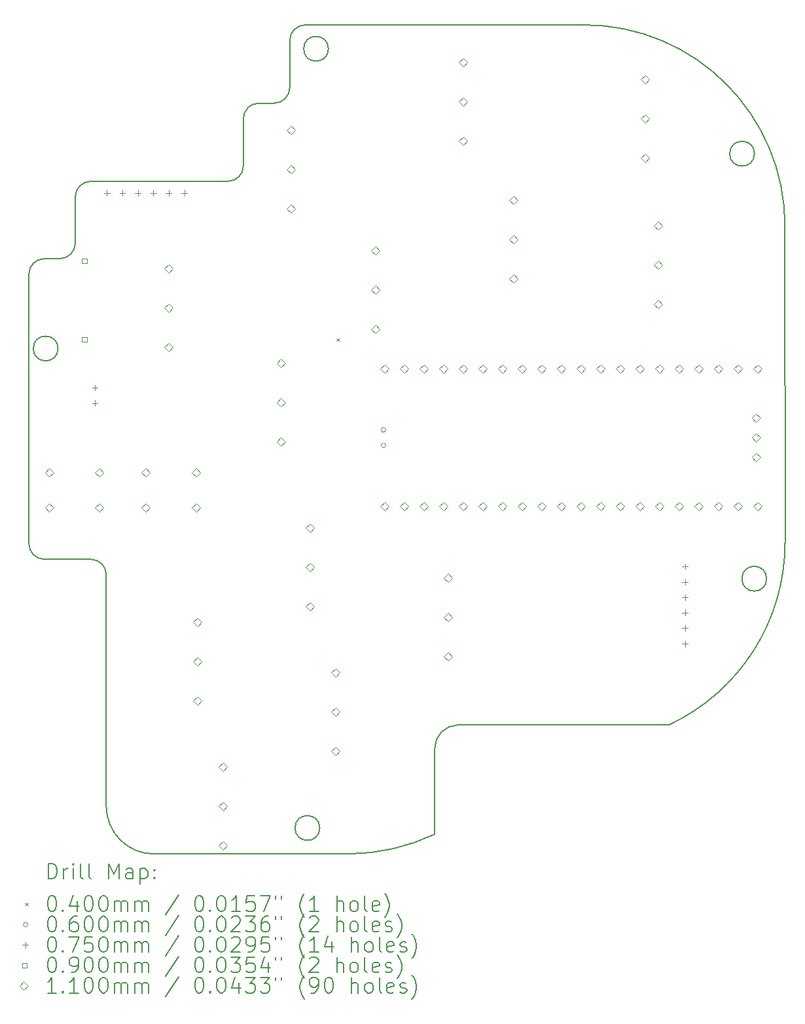
<source format=gbr>
%TF.GenerationSoftware,KiCad,Pcbnew,7.0.8*%
%TF.CreationDate,2023-10-08T23:51:36-04:00*%
%TF.ProjectId,Mainboard-small-buttons,4d61696e-626f-4617-9264-2d736d616c6c,rev?*%
%TF.SameCoordinates,Original*%
%TF.FileFunction,Drillmap*%
%TF.FilePolarity,Positive*%
%FSLAX45Y45*%
G04 Gerber Fmt 4.5, Leading zero omitted, Abs format (unit mm)*
G04 Created by KiCad (PCBNEW 7.0.8) date 2023-10-08 23:51:36*
%MOMM*%
%LPD*%
G01*
G04 APERTURE LIST*
%ADD10C,0.200000*%
%ADD11C,0.040000*%
%ADD12C,0.060000*%
%ADD13C,0.075000*%
%ADD14C,0.090000*%
%ADD15C,0.110000*%
G04 APERTURE END LIST*
D10*
X10773689Y-8934826D02*
X10773947Y-10063072D01*
X10172704Y-4847818D02*
G75*
G03*
X10372658Y-4647824I-44J199998D01*
G01*
X13148073Y-2025551D02*
X13148213Y-2636439D01*
X9972755Y-4847871D02*
G75*
G03*
X9772801Y-5047915I45J-199999D01*
G01*
X12548258Y-3036485D02*
X12548258Y-3647326D01*
X15324973Y-10877366D02*
G75*
G03*
X15024806Y-11177677I67J-300234D01*
G01*
X10172704Y-4847824D02*
X9972755Y-4847869D01*
X9772801Y-5047915D02*
X9773598Y-8535054D01*
X10773689Y-8934826D02*
G75*
G03*
X10573644Y-8734871I-199999J-44D01*
G01*
X12348304Y-3847326D02*
X10572612Y-3847732D01*
X13535766Y-12209886D02*
G75*
G03*
X13535766Y-12209886I-160126J0D01*
G01*
X10372658Y-4047732D02*
X10372658Y-4247824D01*
X10372658Y-4247824D02*
X10372658Y-4647824D01*
X15025060Y-12289762D02*
X15024806Y-11177677D01*
X9773602Y-8535054D02*
G75*
G03*
X9973644Y-8735009I199999J44D01*
G01*
X12948213Y-2836485D02*
X12748258Y-2836485D01*
X12748258Y-2836488D02*
G75*
G03*
X12548258Y-3036485I2J-200002D01*
G01*
X19316806Y-8986520D02*
G75*
G03*
X19316806Y-8986520I-160126J0D01*
G01*
X12948213Y-2836483D02*
G75*
G03*
X13148213Y-2636439I-3J200003D01*
G01*
X10149840Y-6009640D02*
G75*
G03*
X10149840Y-6009640I-160126J0D01*
G01*
X13912632Y-12545187D02*
G75*
G03*
X15025060Y-12289762I-19862J2636647D01*
G01*
X9973644Y-8735009D02*
X10573644Y-8734871D01*
X13647526Y-2133600D02*
G75*
G03*
X13647526Y-2133600I-160126J0D01*
G01*
X10773947Y-11927433D02*
G75*
G03*
X11392247Y-12545733I618303J3D01*
G01*
X19555315Y-8518138D02*
X19554380Y-4426136D01*
X12348304Y-3847328D02*
G75*
G03*
X12548258Y-3647326I-44J199998D01*
G01*
X10773947Y-10063072D02*
X10773947Y-11927433D01*
X13348027Y-1825513D02*
G75*
G03*
X13148073Y-2025551I43J-199997D01*
G01*
X10572612Y-3847728D02*
G75*
G03*
X10372658Y-4047732I48J-200002D01*
G01*
X19554378Y-4426136D02*
G75*
G03*
X16951736Y-1824682I-2602048J-594D01*
G01*
X11392247Y-12545733D02*
X13912632Y-12545187D01*
X16951736Y-1824682D02*
X13348027Y-1825506D01*
X19159326Y-3489960D02*
G75*
G03*
X19159326Y-3489960I-160126J0D01*
G01*
X15324973Y-10877362D02*
X18053495Y-10876738D01*
X18053495Y-10876738D02*
G75*
G03*
X19555315Y-8518138I-1100233J2358001D01*
G01*
D11*
X13751880Y-5877880D02*
X13791880Y-5917880D01*
X13791880Y-5877880D02*
X13751880Y-5917880D01*
D12*
X14389400Y-7062800D02*
G75*
G03*
X14389400Y-7062800I-30000J0D01*
G01*
X14389400Y-7262800D02*
G75*
G03*
X14389400Y-7262800I-30000J0D01*
G01*
D13*
X10627360Y-6478260D02*
X10627360Y-6553260D01*
X10589860Y-6515760D02*
X10664860Y-6515760D01*
X10627360Y-6678260D02*
X10627360Y-6753260D01*
X10589860Y-6715760D02*
X10664860Y-6715760D01*
X10783060Y-3960460D02*
X10783060Y-4035460D01*
X10745560Y-3997960D02*
X10820560Y-3997960D01*
X10983060Y-3960460D02*
X10983060Y-4035460D01*
X10945560Y-3997960D02*
X11020560Y-3997960D01*
X11183060Y-3960460D02*
X11183060Y-4035460D01*
X11145560Y-3997960D02*
X11220560Y-3997960D01*
X11383060Y-3960460D02*
X11383060Y-4035460D01*
X11345560Y-3997960D02*
X11420560Y-3997960D01*
X11583060Y-3960460D02*
X11583060Y-4035460D01*
X11545560Y-3997960D02*
X11620560Y-3997960D01*
X11783060Y-3960460D02*
X11783060Y-4035460D01*
X11745560Y-3997960D02*
X11820560Y-3997960D01*
X18262600Y-8789100D02*
X18262600Y-8864100D01*
X18225100Y-8826600D02*
X18300100Y-8826600D01*
X18262600Y-8989100D02*
X18262600Y-9064100D01*
X18225100Y-9026600D02*
X18300100Y-9026600D01*
X18262600Y-9189100D02*
X18262600Y-9264100D01*
X18225100Y-9226600D02*
X18300100Y-9226600D01*
X18262600Y-9389100D02*
X18262600Y-9464100D01*
X18225100Y-9426600D02*
X18300100Y-9426600D01*
X18262600Y-9589100D02*
X18262600Y-9664100D01*
X18225100Y-9626600D02*
X18300100Y-9626600D01*
X18262600Y-9789100D02*
X18262600Y-9864100D01*
X18225100Y-9826600D02*
X18300100Y-9826600D01*
D14*
X10522020Y-4908620D02*
X10522020Y-4844980D01*
X10458380Y-4844980D01*
X10458380Y-4908620D01*
X10522020Y-4908620D01*
X10522020Y-5924620D02*
X10522020Y-5860980D01*
X10458380Y-5860980D01*
X10458380Y-5924620D01*
X10522020Y-5924620D01*
D15*
X10035356Y-7670633D02*
X10090356Y-7615633D01*
X10035356Y-7560633D01*
X9980356Y-7615633D01*
X10035356Y-7670633D01*
X10035356Y-8120633D02*
X10090356Y-8065633D01*
X10035356Y-8010633D01*
X9980356Y-8065633D01*
X10035356Y-8120633D01*
X10685356Y-7670633D02*
X10740356Y-7615633D01*
X10685356Y-7560633D01*
X10630356Y-7615633D01*
X10685356Y-7670633D01*
X10685356Y-8120633D02*
X10740356Y-8065633D01*
X10685356Y-8010633D01*
X10630356Y-8065633D01*
X10685356Y-8120633D01*
X11285356Y-7670633D02*
X11340356Y-7615633D01*
X11285356Y-7560633D01*
X11230356Y-7615633D01*
X11285356Y-7670633D01*
X11285356Y-8120633D02*
X11340356Y-8065633D01*
X11285356Y-8010633D01*
X11230356Y-8065633D01*
X11285356Y-8120633D01*
X11579494Y-5032472D02*
X11634494Y-4977472D01*
X11579494Y-4922472D01*
X11524494Y-4977472D01*
X11579494Y-5032472D01*
X11579494Y-5540472D02*
X11634494Y-5485472D01*
X11579494Y-5430472D01*
X11524494Y-5485472D01*
X11579494Y-5540472D01*
X11579494Y-6048472D02*
X11634494Y-5993472D01*
X11579494Y-5938472D01*
X11524494Y-5993472D01*
X11579494Y-6048472D01*
X11935356Y-7670633D02*
X11990356Y-7615633D01*
X11935356Y-7560633D01*
X11880356Y-7615633D01*
X11935356Y-7670633D01*
X11935356Y-8120633D02*
X11990356Y-8065633D01*
X11935356Y-8010633D01*
X11880356Y-8065633D01*
X11935356Y-8120633D01*
X11954870Y-9603930D02*
X12009870Y-9548930D01*
X11954870Y-9493930D01*
X11899870Y-9548930D01*
X11954870Y-9603930D01*
X11954870Y-10111930D02*
X12009870Y-10056930D01*
X11954870Y-10001930D01*
X11899870Y-10056930D01*
X11954870Y-10111930D01*
X11954870Y-10619930D02*
X12009870Y-10564930D01*
X11954870Y-10509930D01*
X11899870Y-10564930D01*
X11954870Y-10619930D01*
X12284802Y-11475065D02*
X12339802Y-11420065D01*
X12284802Y-11365065D01*
X12229802Y-11420065D01*
X12284802Y-11475065D01*
X12284802Y-11983065D02*
X12339802Y-11928065D01*
X12284802Y-11873065D01*
X12229802Y-11928065D01*
X12284802Y-11983065D01*
X12284802Y-12491065D02*
X12339802Y-12436065D01*
X12284802Y-12381065D01*
X12229802Y-12436065D01*
X12284802Y-12491065D01*
X13034978Y-6253769D02*
X13089978Y-6198769D01*
X13034978Y-6143769D01*
X12979978Y-6198769D01*
X13034978Y-6253769D01*
X13034978Y-6761769D02*
X13089978Y-6706769D01*
X13034978Y-6651769D01*
X12979978Y-6706769D01*
X13034978Y-6761769D01*
X13034978Y-7269769D02*
X13089978Y-7214769D01*
X13034978Y-7159769D01*
X12979978Y-7214769D01*
X13034978Y-7269769D01*
X13166479Y-3241895D02*
X13221479Y-3186895D01*
X13166479Y-3131895D01*
X13111479Y-3186895D01*
X13166479Y-3241895D01*
X13166479Y-3749895D02*
X13221479Y-3694895D01*
X13166479Y-3639895D01*
X13111479Y-3694895D01*
X13166479Y-3749895D01*
X13166479Y-4257895D02*
X13221479Y-4202895D01*
X13166479Y-4147895D01*
X13111479Y-4202895D01*
X13166479Y-4257895D01*
X13410355Y-8382634D02*
X13465355Y-8327634D01*
X13410355Y-8272634D01*
X13355355Y-8327634D01*
X13410355Y-8382634D01*
X13410355Y-8890634D02*
X13465355Y-8835634D01*
X13410355Y-8780634D01*
X13355355Y-8835634D01*
X13410355Y-8890634D01*
X13410355Y-9398634D02*
X13465355Y-9343634D01*
X13410355Y-9288634D01*
X13355355Y-9343634D01*
X13410355Y-9398634D01*
X13740286Y-10253769D02*
X13795286Y-10198769D01*
X13740286Y-10143769D01*
X13685286Y-10198769D01*
X13740286Y-10253769D01*
X13740286Y-10761769D02*
X13795286Y-10706769D01*
X13740286Y-10651769D01*
X13685286Y-10706769D01*
X13740286Y-10761769D01*
X13740286Y-11269769D02*
X13795286Y-11214769D01*
X13740286Y-11159769D01*
X13685286Y-11214769D01*
X13740286Y-11269769D01*
X14256275Y-4798284D02*
X14311275Y-4743284D01*
X14256275Y-4688284D01*
X14201275Y-4743284D01*
X14256275Y-4798284D01*
X14256275Y-5306284D02*
X14311275Y-5251284D01*
X14256275Y-5196284D01*
X14201275Y-5251284D01*
X14256275Y-5306284D01*
X14256275Y-5814284D02*
X14311275Y-5759284D01*
X14256275Y-5704284D01*
X14201275Y-5759284D01*
X14256275Y-5814284D01*
X14376400Y-6328800D02*
X14431400Y-6273800D01*
X14376400Y-6218800D01*
X14321400Y-6273800D01*
X14376400Y-6328800D01*
X14376400Y-8106800D02*
X14431400Y-8051800D01*
X14376400Y-7996800D01*
X14321400Y-8051800D01*
X14376400Y-8106800D01*
X14630400Y-6328800D02*
X14685400Y-6273800D01*
X14630400Y-6218800D01*
X14575400Y-6273800D01*
X14630400Y-6328800D01*
X14630400Y-8106800D02*
X14685400Y-8051800D01*
X14630400Y-7996800D01*
X14575400Y-8051800D01*
X14630400Y-8106800D01*
X14884400Y-6328800D02*
X14939400Y-6273800D01*
X14884400Y-6218800D01*
X14829400Y-6273800D01*
X14884400Y-6328800D01*
X14884400Y-8106800D02*
X14939400Y-8051800D01*
X14884400Y-7996800D01*
X14829400Y-8051800D01*
X14884400Y-8106800D01*
X15138400Y-6328800D02*
X15193400Y-6273800D01*
X15138400Y-6218800D01*
X15083400Y-6273800D01*
X15138400Y-6328800D01*
X15138400Y-8106800D02*
X15193400Y-8051800D01*
X15138400Y-7996800D01*
X15083400Y-8051800D01*
X15138400Y-8106800D01*
X15195771Y-9032472D02*
X15250771Y-8977472D01*
X15195771Y-8922472D01*
X15140771Y-8977472D01*
X15195771Y-9032472D01*
X15195771Y-9540472D02*
X15250771Y-9485472D01*
X15195771Y-9430472D01*
X15140771Y-9485472D01*
X15195771Y-9540472D01*
X15195771Y-10048472D02*
X15250771Y-9993472D01*
X15195771Y-9938472D01*
X15140771Y-9993472D01*
X15195771Y-10048472D01*
X15391852Y-2363030D02*
X15446852Y-2308030D01*
X15391852Y-2253030D01*
X15336852Y-2308030D01*
X15391852Y-2363030D01*
X15391852Y-2871030D02*
X15446852Y-2816030D01*
X15391852Y-2761030D01*
X15336852Y-2816030D01*
X15391852Y-2871030D01*
X15391852Y-3379030D02*
X15446852Y-3324030D01*
X15391852Y-3269030D01*
X15336852Y-3324030D01*
X15391852Y-3379030D01*
X15392400Y-6328800D02*
X15447400Y-6273800D01*
X15392400Y-6218800D01*
X15337400Y-6273800D01*
X15392400Y-6328800D01*
X15392400Y-8106800D02*
X15447400Y-8051800D01*
X15392400Y-7996800D01*
X15337400Y-8051800D01*
X15392400Y-8106800D01*
X15646400Y-6328800D02*
X15701400Y-6273800D01*
X15646400Y-6218800D01*
X15591400Y-6273800D01*
X15646400Y-6328800D01*
X15646400Y-8106800D02*
X15701400Y-8051800D01*
X15646400Y-7996800D01*
X15591400Y-8051800D01*
X15646400Y-8106800D01*
X15900400Y-6328800D02*
X15955400Y-6273800D01*
X15900400Y-6218800D01*
X15845400Y-6273800D01*
X15900400Y-6328800D01*
X15900400Y-8106800D02*
X15955400Y-8051800D01*
X15900400Y-7996800D01*
X15845400Y-8051800D01*
X15900400Y-8106800D01*
X16041691Y-4148446D02*
X16096691Y-4093446D01*
X16041691Y-4038446D01*
X15986691Y-4093446D01*
X16041691Y-4148446D01*
X16041691Y-4656446D02*
X16096691Y-4601446D01*
X16041691Y-4546446D01*
X15986691Y-4601446D01*
X16041691Y-4656446D01*
X16041691Y-5164446D02*
X16096691Y-5109446D01*
X16041691Y-5054446D01*
X15986691Y-5109446D01*
X16041691Y-5164446D01*
X16154400Y-6328800D02*
X16209400Y-6273800D01*
X16154400Y-6218800D01*
X16099400Y-6273800D01*
X16154400Y-6328800D01*
X16154400Y-8106800D02*
X16209400Y-8051800D01*
X16154400Y-7996800D01*
X16099400Y-8051800D01*
X16154400Y-8106800D01*
X16408400Y-6328800D02*
X16463400Y-6273800D01*
X16408400Y-6218800D01*
X16353400Y-6273800D01*
X16408400Y-6328800D01*
X16408400Y-8106800D02*
X16463400Y-8051800D01*
X16408400Y-7996800D01*
X16353400Y-8051800D01*
X16408400Y-8106800D01*
X16662400Y-6328800D02*
X16717400Y-6273800D01*
X16662400Y-6218800D01*
X16607400Y-6273800D01*
X16662400Y-6328800D01*
X16662400Y-8106800D02*
X16717400Y-8051800D01*
X16662400Y-7996800D01*
X16607400Y-8051800D01*
X16662400Y-8106800D01*
X16916400Y-6328800D02*
X16971400Y-6273800D01*
X16916400Y-6218800D01*
X16861400Y-6273800D01*
X16916400Y-6328800D01*
X16916400Y-8106800D02*
X16971400Y-8051800D01*
X16916400Y-7996800D01*
X16861400Y-8051800D01*
X16916400Y-8106800D01*
X17170400Y-6328800D02*
X17225400Y-6273800D01*
X17170400Y-6218800D01*
X17115400Y-6273800D01*
X17170400Y-6328800D01*
X17170400Y-8106800D02*
X17225400Y-8051800D01*
X17170400Y-7996800D01*
X17115400Y-8051800D01*
X17170400Y-8106800D01*
X17424400Y-6328800D02*
X17479400Y-6273800D01*
X17424400Y-6218800D01*
X17369400Y-6273800D01*
X17424400Y-6328800D01*
X17424400Y-8106800D02*
X17479400Y-8051800D01*
X17424400Y-7996800D01*
X17369400Y-8051800D01*
X17424400Y-8106800D01*
X17678400Y-6328800D02*
X17733400Y-6273800D01*
X17678400Y-6218800D01*
X17623400Y-6273800D01*
X17678400Y-6328800D01*
X17678400Y-8106800D02*
X17733400Y-8051800D01*
X17678400Y-7996800D01*
X17623400Y-8051800D01*
X17678400Y-8106800D01*
X17747230Y-2585608D02*
X17802230Y-2530608D01*
X17747230Y-2475608D01*
X17692230Y-2530608D01*
X17747230Y-2585608D01*
X17747230Y-3093608D02*
X17802230Y-3038608D01*
X17747230Y-2983608D01*
X17692230Y-3038608D01*
X17747230Y-3093608D01*
X17747230Y-3601608D02*
X17802230Y-3546608D01*
X17747230Y-3491608D01*
X17692230Y-3546608D01*
X17747230Y-3601608D01*
X17912825Y-4478378D02*
X17967825Y-4423378D01*
X17912825Y-4368378D01*
X17857825Y-4423378D01*
X17912825Y-4478378D01*
X17912825Y-4986378D02*
X17967825Y-4931378D01*
X17912825Y-4876378D01*
X17857825Y-4931378D01*
X17912825Y-4986378D01*
X17912825Y-5494378D02*
X17967825Y-5439378D01*
X17912825Y-5384378D01*
X17857825Y-5439378D01*
X17912825Y-5494378D01*
X17932400Y-6328800D02*
X17987400Y-6273800D01*
X17932400Y-6218800D01*
X17877400Y-6273800D01*
X17932400Y-6328800D01*
X17932400Y-8106800D02*
X17987400Y-8051800D01*
X17932400Y-7996800D01*
X17877400Y-8051800D01*
X17932400Y-8106800D01*
X18186400Y-6328800D02*
X18241400Y-6273800D01*
X18186400Y-6218800D01*
X18131400Y-6273800D01*
X18186400Y-6328800D01*
X18186400Y-8106800D02*
X18241400Y-8051800D01*
X18186400Y-7996800D01*
X18131400Y-8051800D01*
X18186400Y-8106800D01*
X18440400Y-6328800D02*
X18495400Y-6273800D01*
X18440400Y-6218800D01*
X18385400Y-6273800D01*
X18440400Y-6328800D01*
X18440400Y-8106800D02*
X18495400Y-8051800D01*
X18440400Y-7996800D01*
X18385400Y-8051800D01*
X18440400Y-8106800D01*
X18694400Y-6328800D02*
X18749400Y-6273800D01*
X18694400Y-6218800D01*
X18639400Y-6273800D01*
X18694400Y-6328800D01*
X18694400Y-8106800D02*
X18749400Y-8051800D01*
X18694400Y-7996800D01*
X18639400Y-8051800D01*
X18694400Y-8106800D01*
X18948400Y-6328800D02*
X19003400Y-6273800D01*
X18948400Y-6218800D01*
X18893400Y-6273800D01*
X18948400Y-6328800D01*
X18948400Y-8106800D02*
X19003400Y-8051800D01*
X18948400Y-7996800D01*
X18893400Y-8051800D01*
X18948400Y-8106800D01*
X19179400Y-6963800D02*
X19234400Y-6908800D01*
X19179400Y-6853800D01*
X19124400Y-6908800D01*
X19179400Y-6963800D01*
X19179400Y-7217800D02*
X19234400Y-7162800D01*
X19179400Y-7107800D01*
X19124400Y-7162800D01*
X19179400Y-7217800D01*
X19179400Y-7471800D02*
X19234400Y-7416800D01*
X19179400Y-7361800D01*
X19124400Y-7416800D01*
X19179400Y-7471800D01*
X19202400Y-6328800D02*
X19257400Y-6273800D01*
X19202400Y-6218800D01*
X19147400Y-6273800D01*
X19202400Y-6328800D01*
X19202400Y-8106800D02*
X19257400Y-8051800D01*
X19202400Y-7996800D01*
X19147400Y-8051800D01*
X19202400Y-8106800D01*
D10*
X10023578Y-12867217D02*
X10023578Y-12667217D01*
X10023578Y-12667217D02*
X10071197Y-12667217D01*
X10071197Y-12667217D02*
X10099768Y-12676741D01*
X10099768Y-12676741D02*
X10118816Y-12695788D01*
X10118816Y-12695788D02*
X10128340Y-12714836D01*
X10128340Y-12714836D02*
X10137863Y-12752931D01*
X10137863Y-12752931D02*
X10137863Y-12781503D01*
X10137863Y-12781503D02*
X10128340Y-12819598D01*
X10128340Y-12819598D02*
X10118816Y-12838645D01*
X10118816Y-12838645D02*
X10099768Y-12857693D01*
X10099768Y-12857693D02*
X10071197Y-12867217D01*
X10071197Y-12867217D02*
X10023578Y-12867217D01*
X10223578Y-12867217D02*
X10223578Y-12733883D01*
X10223578Y-12771979D02*
X10233102Y-12752931D01*
X10233102Y-12752931D02*
X10242625Y-12743407D01*
X10242625Y-12743407D02*
X10261673Y-12733883D01*
X10261673Y-12733883D02*
X10280721Y-12733883D01*
X10347387Y-12867217D02*
X10347387Y-12733883D01*
X10347387Y-12667217D02*
X10337863Y-12676741D01*
X10337863Y-12676741D02*
X10347387Y-12686264D01*
X10347387Y-12686264D02*
X10356911Y-12676741D01*
X10356911Y-12676741D02*
X10347387Y-12667217D01*
X10347387Y-12667217D02*
X10347387Y-12686264D01*
X10471197Y-12867217D02*
X10452149Y-12857693D01*
X10452149Y-12857693D02*
X10442625Y-12838645D01*
X10442625Y-12838645D02*
X10442625Y-12667217D01*
X10575959Y-12867217D02*
X10556911Y-12857693D01*
X10556911Y-12857693D02*
X10547387Y-12838645D01*
X10547387Y-12838645D02*
X10547387Y-12667217D01*
X10804530Y-12867217D02*
X10804530Y-12667217D01*
X10804530Y-12667217D02*
X10871197Y-12810074D01*
X10871197Y-12810074D02*
X10937863Y-12667217D01*
X10937863Y-12667217D02*
X10937863Y-12867217D01*
X11118816Y-12867217D02*
X11118816Y-12762455D01*
X11118816Y-12762455D02*
X11109292Y-12743407D01*
X11109292Y-12743407D02*
X11090244Y-12733883D01*
X11090244Y-12733883D02*
X11052149Y-12733883D01*
X11052149Y-12733883D02*
X11033102Y-12743407D01*
X11118816Y-12857693D02*
X11099768Y-12867217D01*
X11099768Y-12867217D02*
X11052149Y-12867217D01*
X11052149Y-12867217D02*
X11033102Y-12857693D01*
X11033102Y-12857693D02*
X11023578Y-12838645D01*
X11023578Y-12838645D02*
X11023578Y-12819598D01*
X11023578Y-12819598D02*
X11033102Y-12800550D01*
X11033102Y-12800550D02*
X11052149Y-12791026D01*
X11052149Y-12791026D02*
X11099768Y-12791026D01*
X11099768Y-12791026D02*
X11118816Y-12781503D01*
X11214054Y-12733883D02*
X11214054Y-12933883D01*
X11214054Y-12743407D02*
X11233101Y-12733883D01*
X11233101Y-12733883D02*
X11271197Y-12733883D01*
X11271197Y-12733883D02*
X11290244Y-12743407D01*
X11290244Y-12743407D02*
X11299768Y-12752931D01*
X11299768Y-12752931D02*
X11309292Y-12771979D01*
X11309292Y-12771979D02*
X11309292Y-12829122D01*
X11309292Y-12829122D02*
X11299768Y-12848169D01*
X11299768Y-12848169D02*
X11290244Y-12857693D01*
X11290244Y-12857693D02*
X11271197Y-12867217D01*
X11271197Y-12867217D02*
X11233101Y-12867217D01*
X11233101Y-12867217D02*
X11214054Y-12857693D01*
X11395006Y-12848169D02*
X11404530Y-12857693D01*
X11404530Y-12857693D02*
X11395006Y-12867217D01*
X11395006Y-12867217D02*
X11385482Y-12857693D01*
X11385482Y-12857693D02*
X11395006Y-12848169D01*
X11395006Y-12848169D02*
X11395006Y-12867217D01*
X11395006Y-12743407D02*
X11404530Y-12752931D01*
X11404530Y-12752931D02*
X11395006Y-12762455D01*
X11395006Y-12762455D02*
X11385482Y-12752931D01*
X11385482Y-12752931D02*
X11395006Y-12743407D01*
X11395006Y-12743407D02*
X11395006Y-12762455D01*
D11*
X9722801Y-13175733D02*
X9762801Y-13215733D01*
X9762801Y-13175733D02*
X9722801Y-13215733D01*
D10*
X10061673Y-13087217D02*
X10080721Y-13087217D01*
X10080721Y-13087217D02*
X10099768Y-13096741D01*
X10099768Y-13096741D02*
X10109292Y-13106264D01*
X10109292Y-13106264D02*
X10118816Y-13125312D01*
X10118816Y-13125312D02*
X10128340Y-13163407D01*
X10128340Y-13163407D02*
X10128340Y-13211026D01*
X10128340Y-13211026D02*
X10118816Y-13249122D01*
X10118816Y-13249122D02*
X10109292Y-13268169D01*
X10109292Y-13268169D02*
X10099768Y-13277693D01*
X10099768Y-13277693D02*
X10080721Y-13287217D01*
X10080721Y-13287217D02*
X10061673Y-13287217D01*
X10061673Y-13287217D02*
X10042625Y-13277693D01*
X10042625Y-13277693D02*
X10033102Y-13268169D01*
X10033102Y-13268169D02*
X10023578Y-13249122D01*
X10023578Y-13249122D02*
X10014054Y-13211026D01*
X10014054Y-13211026D02*
X10014054Y-13163407D01*
X10014054Y-13163407D02*
X10023578Y-13125312D01*
X10023578Y-13125312D02*
X10033102Y-13106264D01*
X10033102Y-13106264D02*
X10042625Y-13096741D01*
X10042625Y-13096741D02*
X10061673Y-13087217D01*
X10214054Y-13268169D02*
X10223578Y-13277693D01*
X10223578Y-13277693D02*
X10214054Y-13287217D01*
X10214054Y-13287217D02*
X10204530Y-13277693D01*
X10204530Y-13277693D02*
X10214054Y-13268169D01*
X10214054Y-13268169D02*
X10214054Y-13287217D01*
X10395006Y-13153883D02*
X10395006Y-13287217D01*
X10347387Y-13077693D02*
X10299768Y-13220550D01*
X10299768Y-13220550D02*
X10423578Y-13220550D01*
X10537863Y-13087217D02*
X10556911Y-13087217D01*
X10556911Y-13087217D02*
X10575959Y-13096741D01*
X10575959Y-13096741D02*
X10585483Y-13106264D01*
X10585483Y-13106264D02*
X10595006Y-13125312D01*
X10595006Y-13125312D02*
X10604530Y-13163407D01*
X10604530Y-13163407D02*
X10604530Y-13211026D01*
X10604530Y-13211026D02*
X10595006Y-13249122D01*
X10595006Y-13249122D02*
X10585483Y-13268169D01*
X10585483Y-13268169D02*
X10575959Y-13277693D01*
X10575959Y-13277693D02*
X10556911Y-13287217D01*
X10556911Y-13287217D02*
X10537863Y-13287217D01*
X10537863Y-13287217D02*
X10518816Y-13277693D01*
X10518816Y-13277693D02*
X10509292Y-13268169D01*
X10509292Y-13268169D02*
X10499768Y-13249122D01*
X10499768Y-13249122D02*
X10490244Y-13211026D01*
X10490244Y-13211026D02*
X10490244Y-13163407D01*
X10490244Y-13163407D02*
X10499768Y-13125312D01*
X10499768Y-13125312D02*
X10509292Y-13106264D01*
X10509292Y-13106264D02*
X10518816Y-13096741D01*
X10518816Y-13096741D02*
X10537863Y-13087217D01*
X10728340Y-13087217D02*
X10747387Y-13087217D01*
X10747387Y-13087217D02*
X10766435Y-13096741D01*
X10766435Y-13096741D02*
X10775959Y-13106264D01*
X10775959Y-13106264D02*
X10785483Y-13125312D01*
X10785483Y-13125312D02*
X10795006Y-13163407D01*
X10795006Y-13163407D02*
X10795006Y-13211026D01*
X10795006Y-13211026D02*
X10785483Y-13249122D01*
X10785483Y-13249122D02*
X10775959Y-13268169D01*
X10775959Y-13268169D02*
X10766435Y-13277693D01*
X10766435Y-13277693D02*
X10747387Y-13287217D01*
X10747387Y-13287217D02*
X10728340Y-13287217D01*
X10728340Y-13287217D02*
X10709292Y-13277693D01*
X10709292Y-13277693D02*
X10699768Y-13268169D01*
X10699768Y-13268169D02*
X10690244Y-13249122D01*
X10690244Y-13249122D02*
X10680721Y-13211026D01*
X10680721Y-13211026D02*
X10680721Y-13163407D01*
X10680721Y-13163407D02*
X10690244Y-13125312D01*
X10690244Y-13125312D02*
X10699768Y-13106264D01*
X10699768Y-13106264D02*
X10709292Y-13096741D01*
X10709292Y-13096741D02*
X10728340Y-13087217D01*
X10880721Y-13287217D02*
X10880721Y-13153883D01*
X10880721Y-13172931D02*
X10890244Y-13163407D01*
X10890244Y-13163407D02*
X10909292Y-13153883D01*
X10909292Y-13153883D02*
X10937864Y-13153883D01*
X10937864Y-13153883D02*
X10956911Y-13163407D01*
X10956911Y-13163407D02*
X10966435Y-13182455D01*
X10966435Y-13182455D02*
X10966435Y-13287217D01*
X10966435Y-13182455D02*
X10975959Y-13163407D01*
X10975959Y-13163407D02*
X10995006Y-13153883D01*
X10995006Y-13153883D02*
X11023578Y-13153883D01*
X11023578Y-13153883D02*
X11042625Y-13163407D01*
X11042625Y-13163407D02*
X11052149Y-13182455D01*
X11052149Y-13182455D02*
X11052149Y-13287217D01*
X11147387Y-13287217D02*
X11147387Y-13153883D01*
X11147387Y-13172931D02*
X11156911Y-13163407D01*
X11156911Y-13163407D02*
X11175959Y-13153883D01*
X11175959Y-13153883D02*
X11204530Y-13153883D01*
X11204530Y-13153883D02*
X11223578Y-13163407D01*
X11223578Y-13163407D02*
X11233102Y-13182455D01*
X11233102Y-13182455D02*
X11233102Y-13287217D01*
X11233102Y-13182455D02*
X11242625Y-13163407D01*
X11242625Y-13163407D02*
X11261673Y-13153883D01*
X11261673Y-13153883D02*
X11290244Y-13153883D01*
X11290244Y-13153883D02*
X11309292Y-13163407D01*
X11309292Y-13163407D02*
X11318816Y-13182455D01*
X11318816Y-13182455D02*
X11318816Y-13287217D01*
X11709292Y-13077693D02*
X11537864Y-13334836D01*
X11966435Y-13087217D02*
X11985483Y-13087217D01*
X11985483Y-13087217D02*
X12004530Y-13096741D01*
X12004530Y-13096741D02*
X12014054Y-13106264D01*
X12014054Y-13106264D02*
X12023578Y-13125312D01*
X12023578Y-13125312D02*
X12033102Y-13163407D01*
X12033102Y-13163407D02*
X12033102Y-13211026D01*
X12033102Y-13211026D02*
X12023578Y-13249122D01*
X12023578Y-13249122D02*
X12014054Y-13268169D01*
X12014054Y-13268169D02*
X12004530Y-13277693D01*
X12004530Y-13277693D02*
X11985483Y-13287217D01*
X11985483Y-13287217D02*
X11966435Y-13287217D01*
X11966435Y-13287217D02*
X11947387Y-13277693D01*
X11947387Y-13277693D02*
X11937864Y-13268169D01*
X11937864Y-13268169D02*
X11928340Y-13249122D01*
X11928340Y-13249122D02*
X11918816Y-13211026D01*
X11918816Y-13211026D02*
X11918816Y-13163407D01*
X11918816Y-13163407D02*
X11928340Y-13125312D01*
X11928340Y-13125312D02*
X11937864Y-13106264D01*
X11937864Y-13106264D02*
X11947387Y-13096741D01*
X11947387Y-13096741D02*
X11966435Y-13087217D01*
X12118816Y-13268169D02*
X12128340Y-13277693D01*
X12128340Y-13277693D02*
X12118816Y-13287217D01*
X12118816Y-13287217D02*
X12109292Y-13277693D01*
X12109292Y-13277693D02*
X12118816Y-13268169D01*
X12118816Y-13268169D02*
X12118816Y-13287217D01*
X12252149Y-13087217D02*
X12271197Y-13087217D01*
X12271197Y-13087217D02*
X12290245Y-13096741D01*
X12290245Y-13096741D02*
X12299768Y-13106264D01*
X12299768Y-13106264D02*
X12309292Y-13125312D01*
X12309292Y-13125312D02*
X12318816Y-13163407D01*
X12318816Y-13163407D02*
X12318816Y-13211026D01*
X12318816Y-13211026D02*
X12309292Y-13249122D01*
X12309292Y-13249122D02*
X12299768Y-13268169D01*
X12299768Y-13268169D02*
X12290245Y-13277693D01*
X12290245Y-13277693D02*
X12271197Y-13287217D01*
X12271197Y-13287217D02*
X12252149Y-13287217D01*
X12252149Y-13287217D02*
X12233102Y-13277693D01*
X12233102Y-13277693D02*
X12223578Y-13268169D01*
X12223578Y-13268169D02*
X12214054Y-13249122D01*
X12214054Y-13249122D02*
X12204530Y-13211026D01*
X12204530Y-13211026D02*
X12204530Y-13163407D01*
X12204530Y-13163407D02*
X12214054Y-13125312D01*
X12214054Y-13125312D02*
X12223578Y-13106264D01*
X12223578Y-13106264D02*
X12233102Y-13096741D01*
X12233102Y-13096741D02*
X12252149Y-13087217D01*
X12509292Y-13287217D02*
X12395006Y-13287217D01*
X12452149Y-13287217D02*
X12452149Y-13087217D01*
X12452149Y-13087217D02*
X12433102Y-13115788D01*
X12433102Y-13115788D02*
X12414054Y-13134836D01*
X12414054Y-13134836D02*
X12395006Y-13144360D01*
X12690245Y-13087217D02*
X12595006Y-13087217D01*
X12595006Y-13087217D02*
X12585483Y-13182455D01*
X12585483Y-13182455D02*
X12595006Y-13172931D01*
X12595006Y-13172931D02*
X12614054Y-13163407D01*
X12614054Y-13163407D02*
X12661673Y-13163407D01*
X12661673Y-13163407D02*
X12680721Y-13172931D01*
X12680721Y-13172931D02*
X12690245Y-13182455D01*
X12690245Y-13182455D02*
X12699768Y-13201503D01*
X12699768Y-13201503D02*
X12699768Y-13249122D01*
X12699768Y-13249122D02*
X12690245Y-13268169D01*
X12690245Y-13268169D02*
X12680721Y-13277693D01*
X12680721Y-13277693D02*
X12661673Y-13287217D01*
X12661673Y-13287217D02*
X12614054Y-13287217D01*
X12614054Y-13287217D02*
X12595006Y-13277693D01*
X12595006Y-13277693D02*
X12585483Y-13268169D01*
X12766435Y-13087217D02*
X12899768Y-13087217D01*
X12899768Y-13087217D02*
X12814054Y-13287217D01*
X12966435Y-13087217D02*
X12966435Y-13125312D01*
X13042626Y-13087217D02*
X13042626Y-13125312D01*
X13337864Y-13363407D02*
X13328340Y-13353883D01*
X13328340Y-13353883D02*
X13309292Y-13325312D01*
X13309292Y-13325312D02*
X13299768Y-13306264D01*
X13299768Y-13306264D02*
X13290245Y-13277693D01*
X13290245Y-13277693D02*
X13280721Y-13230074D01*
X13280721Y-13230074D02*
X13280721Y-13191979D01*
X13280721Y-13191979D02*
X13290245Y-13144360D01*
X13290245Y-13144360D02*
X13299768Y-13115788D01*
X13299768Y-13115788D02*
X13309292Y-13096741D01*
X13309292Y-13096741D02*
X13328340Y-13068169D01*
X13328340Y-13068169D02*
X13337864Y-13058645D01*
X13518816Y-13287217D02*
X13404530Y-13287217D01*
X13461673Y-13287217D02*
X13461673Y-13087217D01*
X13461673Y-13087217D02*
X13442626Y-13115788D01*
X13442626Y-13115788D02*
X13423578Y-13134836D01*
X13423578Y-13134836D02*
X13404530Y-13144360D01*
X13756911Y-13287217D02*
X13756911Y-13087217D01*
X13842626Y-13287217D02*
X13842626Y-13182455D01*
X13842626Y-13182455D02*
X13833102Y-13163407D01*
X13833102Y-13163407D02*
X13814054Y-13153883D01*
X13814054Y-13153883D02*
X13785483Y-13153883D01*
X13785483Y-13153883D02*
X13766435Y-13163407D01*
X13766435Y-13163407D02*
X13756911Y-13172931D01*
X13966435Y-13287217D02*
X13947388Y-13277693D01*
X13947388Y-13277693D02*
X13937864Y-13268169D01*
X13937864Y-13268169D02*
X13928340Y-13249122D01*
X13928340Y-13249122D02*
X13928340Y-13191979D01*
X13928340Y-13191979D02*
X13937864Y-13172931D01*
X13937864Y-13172931D02*
X13947388Y-13163407D01*
X13947388Y-13163407D02*
X13966435Y-13153883D01*
X13966435Y-13153883D02*
X13995007Y-13153883D01*
X13995007Y-13153883D02*
X14014054Y-13163407D01*
X14014054Y-13163407D02*
X14023578Y-13172931D01*
X14023578Y-13172931D02*
X14033102Y-13191979D01*
X14033102Y-13191979D02*
X14033102Y-13249122D01*
X14033102Y-13249122D02*
X14023578Y-13268169D01*
X14023578Y-13268169D02*
X14014054Y-13277693D01*
X14014054Y-13277693D02*
X13995007Y-13287217D01*
X13995007Y-13287217D02*
X13966435Y-13287217D01*
X14147388Y-13287217D02*
X14128340Y-13277693D01*
X14128340Y-13277693D02*
X14118816Y-13258645D01*
X14118816Y-13258645D02*
X14118816Y-13087217D01*
X14299769Y-13277693D02*
X14280721Y-13287217D01*
X14280721Y-13287217D02*
X14242626Y-13287217D01*
X14242626Y-13287217D02*
X14223578Y-13277693D01*
X14223578Y-13277693D02*
X14214054Y-13258645D01*
X14214054Y-13258645D02*
X14214054Y-13182455D01*
X14214054Y-13182455D02*
X14223578Y-13163407D01*
X14223578Y-13163407D02*
X14242626Y-13153883D01*
X14242626Y-13153883D02*
X14280721Y-13153883D01*
X14280721Y-13153883D02*
X14299769Y-13163407D01*
X14299769Y-13163407D02*
X14309292Y-13182455D01*
X14309292Y-13182455D02*
X14309292Y-13201503D01*
X14309292Y-13201503D02*
X14214054Y-13220550D01*
X14375959Y-13363407D02*
X14385483Y-13353883D01*
X14385483Y-13353883D02*
X14404530Y-13325312D01*
X14404530Y-13325312D02*
X14414054Y-13306264D01*
X14414054Y-13306264D02*
X14423578Y-13277693D01*
X14423578Y-13277693D02*
X14433102Y-13230074D01*
X14433102Y-13230074D02*
X14433102Y-13191979D01*
X14433102Y-13191979D02*
X14423578Y-13144360D01*
X14423578Y-13144360D02*
X14414054Y-13115788D01*
X14414054Y-13115788D02*
X14404530Y-13096741D01*
X14404530Y-13096741D02*
X14385483Y-13068169D01*
X14385483Y-13068169D02*
X14375959Y-13058645D01*
D12*
X9762801Y-13459733D02*
G75*
G03*
X9762801Y-13459733I-30000J0D01*
G01*
D10*
X10061673Y-13351217D02*
X10080721Y-13351217D01*
X10080721Y-13351217D02*
X10099768Y-13360741D01*
X10099768Y-13360741D02*
X10109292Y-13370264D01*
X10109292Y-13370264D02*
X10118816Y-13389312D01*
X10118816Y-13389312D02*
X10128340Y-13427407D01*
X10128340Y-13427407D02*
X10128340Y-13475026D01*
X10128340Y-13475026D02*
X10118816Y-13513122D01*
X10118816Y-13513122D02*
X10109292Y-13532169D01*
X10109292Y-13532169D02*
X10099768Y-13541693D01*
X10099768Y-13541693D02*
X10080721Y-13551217D01*
X10080721Y-13551217D02*
X10061673Y-13551217D01*
X10061673Y-13551217D02*
X10042625Y-13541693D01*
X10042625Y-13541693D02*
X10033102Y-13532169D01*
X10033102Y-13532169D02*
X10023578Y-13513122D01*
X10023578Y-13513122D02*
X10014054Y-13475026D01*
X10014054Y-13475026D02*
X10014054Y-13427407D01*
X10014054Y-13427407D02*
X10023578Y-13389312D01*
X10023578Y-13389312D02*
X10033102Y-13370264D01*
X10033102Y-13370264D02*
X10042625Y-13360741D01*
X10042625Y-13360741D02*
X10061673Y-13351217D01*
X10214054Y-13532169D02*
X10223578Y-13541693D01*
X10223578Y-13541693D02*
X10214054Y-13551217D01*
X10214054Y-13551217D02*
X10204530Y-13541693D01*
X10204530Y-13541693D02*
X10214054Y-13532169D01*
X10214054Y-13532169D02*
X10214054Y-13551217D01*
X10395006Y-13351217D02*
X10356911Y-13351217D01*
X10356911Y-13351217D02*
X10337863Y-13360741D01*
X10337863Y-13360741D02*
X10328340Y-13370264D01*
X10328340Y-13370264D02*
X10309292Y-13398836D01*
X10309292Y-13398836D02*
X10299768Y-13436931D01*
X10299768Y-13436931D02*
X10299768Y-13513122D01*
X10299768Y-13513122D02*
X10309292Y-13532169D01*
X10309292Y-13532169D02*
X10318816Y-13541693D01*
X10318816Y-13541693D02*
X10337863Y-13551217D01*
X10337863Y-13551217D02*
X10375959Y-13551217D01*
X10375959Y-13551217D02*
X10395006Y-13541693D01*
X10395006Y-13541693D02*
X10404530Y-13532169D01*
X10404530Y-13532169D02*
X10414054Y-13513122D01*
X10414054Y-13513122D02*
X10414054Y-13465503D01*
X10414054Y-13465503D02*
X10404530Y-13446455D01*
X10404530Y-13446455D02*
X10395006Y-13436931D01*
X10395006Y-13436931D02*
X10375959Y-13427407D01*
X10375959Y-13427407D02*
X10337863Y-13427407D01*
X10337863Y-13427407D02*
X10318816Y-13436931D01*
X10318816Y-13436931D02*
X10309292Y-13446455D01*
X10309292Y-13446455D02*
X10299768Y-13465503D01*
X10537863Y-13351217D02*
X10556911Y-13351217D01*
X10556911Y-13351217D02*
X10575959Y-13360741D01*
X10575959Y-13360741D02*
X10585483Y-13370264D01*
X10585483Y-13370264D02*
X10595006Y-13389312D01*
X10595006Y-13389312D02*
X10604530Y-13427407D01*
X10604530Y-13427407D02*
X10604530Y-13475026D01*
X10604530Y-13475026D02*
X10595006Y-13513122D01*
X10595006Y-13513122D02*
X10585483Y-13532169D01*
X10585483Y-13532169D02*
X10575959Y-13541693D01*
X10575959Y-13541693D02*
X10556911Y-13551217D01*
X10556911Y-13551217D02*
X10537863Y-13551217D01*
X10537863Y-13551217D02*
X10518816Y-13541693D01*
X10518816Y-13541693D02*
X10509292Y-13532169D01*
X10509292Y-13532169D02*
X10499768Y-13513122D01*
X10499768Y-13513122D02*
X10490244Y-13475026D01*
X10490244Y-13475026D02*
X10490244Y-13427407D01*
X10490244Y-13427407D02*
X10499768Y-13389312D01*
X10499768Y-13389312D02*
X10509292Y-13370264D01*
X10509292Y-13370264D02*
X10518816Y-13360741D01*
X10518816Y-13360741D02*
X10537863Y-13351217D01*
X10728340Y-13351217D02*
X10747387Y-13351217D01*
X10747387Y-13351217D02*
X10766435Y-13360741D01*
X10766435Y-13360741D02*
X10775959Y-13370264D01*
X10775959Y-13370264D02*
X10785483Y-13389312D01*
X10785483Y-13389312D02*
X10795006Y-13427407D01*
X10795006Y-13427407D02*
X10795006Y-13475026D01*
X10795006Y-13475026D02*
X10785483Y-13513122D01*
X10785483Y-13513122D02*
X10775959Y-13532169D01*
X10775959Y-13532169D02*
X10766435Y-13541693D01*
X10766435Y-13541693D02*
X10747387Y-13551217D01*
X10747387Y-13551217D02*
X10728340Y-13551217D01*
X10728340Y-13551217D02*
X10709292Y-13541693D01*
X10709292Y-13541693D02*
X10699768Y-13532169D01*
X10699768Y-13532169D02*
X10690244Y-13513122D01*
X10690244Y-13513122D02*
X10680721Y-13475026D01*
X10680721Y-13475026D02*
X10680721Y-13427407D01*
X10680721Y-13427407D02*
X10690244Y-13389312D01*
X10690244Y-13389312D02*
X10699768Y-13370264D01*
X10699768Y-13370264D02*
X10709292Y-13360741D01*
X10709292Y-13360741D02*
X10728340Y-13351217D01*
X10880721Y-13551217D02*
X10880721Y-13417883D01*
X10880721Y-13436931D02*
X10890244Y-13427407D01*
X10890244Y-13427407D02*
X10909292Y-13417883D01*
X10909292Y-13417883D02*
X10937864Y-13417883D01*
X10937864Y-13417883D02*
X10956911Y-13427407D01*
X10956911Y-13427407D02*
X10966435Y-13446455D01*
X10966435Y-13446455D02*
X10966435Y-13551217D01*
X10966435Y-13446455D02*
X10975959Y-13427407D01*
X10975959Y-13427407D02*
X10995006Y-13417883D01*
X10995006Y-13417883D02*
X11023578Y-13417883D01*
X11023578Y-13417883D02*
X11042625Y-13427407D01*
X11042625Y-13427407D02*
X11052149Y-13446455D01*
X11052149Y-13446455D02*
X11052149Y-13551217D01*
X11147387Y-13551217D02*
X11147387Y-13417883D01*
X11147387Y-13436931D02*
X11156911Y-13427407D01*
X11156911Y-13427407D02*
X11175959Y-13417883D01*
X11175959Y-13417883D02*
X11204530Y-13417883D01*
X11204530Y-13417883D02*
X11223578Y-13427407D01*
X11223578Y-13427407D02*
X11233102Y-13446455D01*
X11233102Y-13446455D02*
X11233102Y-13551217D01*
X11233102Y-13446455D02*
X11242625Y-13427407D01*
X11242625Y-13427407D02*
X11261673Y-13417883D01*
X11261673Y-13417883D02*
X11290244Y-13417883D01*
X11290244Y-13417883D02*
X11309292Y-13427407D01*
X11309292Y-13427407D02*
X11318816Y-13446455D01*
X11318816Y-13446455D02*
X11318816Y-13551217D01*
X11709292Y-13341693D02*
X11537864Y-13598836D01*
X11966435Y-13351217D02*
X11985483Y-13351217D01*
X11985483Y-13351217D02*
X12004530Y-13360741D01*
X12004530Y-13360741D02*
X12014054Y-13370264D01*
X12014054Y-13370264D02*
X12023578Y-13389312D01*
X12023578Y-13389312D02*
X12033102Y-13427407D01*
X12033102Y-13427407D02*
X12033102Y-13475026D01*
X12033102Y-13475026D02*
X12023578Y-13513122D01*
X12023578Y-13513122D02*
X12014054Y-13532169D01*
X12014054Y-13532169D02*
X12004530Y-13541693D01*
X12004530Y-13541693D02*
X11985483Y-13551217D01*
X11985483Y-13551217D02*
X11966435Y-13551217D01*
X11966435Y-13551217D02*
X11947387Y-13541693D01*
X11947387Y-13541693D02*
X11937864Y-13532169D01*
X11937864Y-13532169D02*
X11928340Y-13513122D01*
X11928340Y-13513122D02*
X11918816Y-13475026D01*
X11918816Y-13475026D02*
X11918816Y-13427407D01*
X11918816Y-13427407D02*
X11928340Y-13389312D01*
X11928340Y-13389312D02*
X11937864Y-13370264D01*
X11937864Y-13370264D02*
X11947387Y-13360741D01*
X11947387Y-13360741D02*
X11966435Y-13351217D01*
X12118816Y-13532169D02*
X12128340Y-13541693D01*
X12128340Y-13541693D02*
X12118816Y-13551217D01*
X12118816Y-13551217D02*
X12109292Y-13541693D01*
X12109292Y-13541693D02*
X12118816Y-13532169D01*
X12118816Y-13532169D02*
X12118816Y-13551217D01*
X12252149Y-13351217D02*
X12271197Y-13351217D01*
X12271197Y-13351217D02*
X12290245Y-13360741D01*
X12290245Y-13360741D02*
X12299768Y-13370264D01*
X12299768Y-13370264D02*
X12309292Y-13389312D01*
X12309292Y-13389312D02*
X12318816Y-13427407D01*
X12318816Y-13427407D02*
X12318816Y-13475026D01*
X12318816Y-13475026D02*
X12309292Y-13513122D01*
X12309292Y-13513122D02*
X12299768Y-13532169D01*
X12299768Y-13532169D02*
X12290245Y-13541693D01*
X12290245Y-13541693D02*
X12271197Y-13551217D01*
X12271197Y-13551217D02*
X12252149Y-13551217D01*
X12252149Y-13551217D02*
X12233102Y-13541693D01*
X12233102Y-13541693D02*
X12223578Y-13532169D01*
X12223578Y-13532169D02*
X12214054Y-13513122D01*
X12214054Y-13513122D02*
X12204530Y-13475026D01*
X12204530Y-13475026D02*
X12204530Y-13427407D01*
X12204530Y-13427407D02*
X12214054Y-13389312D01*
X12214054Y-13389312D02*
X12223578Y-13370264D01*
X12223578Y-13370264D02*
X12233102Y-13360741D01*
X12233102Y-13360741D02*
X12252149Y-13351217D01*
X12395006Y-13370264D02*
X12404530Y-13360741D01*
X12404530Y-13360741D02*
X12423578Y-13351217D01*
X12423578Y-13351217D02*
X12471197Y-13351217D01*
X12471197Y-13351217D02*
X12490245Y-13360741D01*
X12490245Y-13360741D02*
X12499768Y-13370264D01*
X12499768Y-13370264D02*
X12509292Y-13389312D01*
X12509292Y-13389312D02*
X12509292Y-13408360D01*
X12509292Y-13408360D02*
X12499768Y-13436931D01*
X12499768Y-13436931D02*
X12385483Y-13551217D01*
X12385483Y-13551217D02*
X12509292Y-13551217D01*
X12575959Y-13351217D02*
X12699768Y-13351217D01*
X12699768Y-13351217D02*
X12633102Y-13427407D01*
X12633102Y-13427407D02*
X12661673Y-13427407D01*
X12661673Y-13427407D02*
X12680721Y-13436931D01*
X12680721Y-13436931D02*
X12690245Y-13446455D01*
X12690245Y-13446455D02*
X12699768Y-13465503D01*
X12699768Y-13465503D02*
X12699768Y-13513122D01*
X12699768Y-13513122D02*
X12690245Y-13532169D01*
X12690245Y-13532169D02*
X12680721Y-13541693D01*
X12680721Y-13541693D02*
X12661673Y-13551217D01*
X12661673Y-13551217D02*
X12604530Y-13551217D01*
X12604530Y-13551217D02*
X12585483Y-13541693D01*
X12585483Y-13541693D02*
X12575959Y-13532169D01*
X12871197Y-13351217D02*
X12833102Y-13351217D01*
X12833102Y-13351217D02*
X12814054Y-13360741D01*
X12814054Y-13360741D02*
X12804530Y-13370264D01*
X12804530Y-13370264D02*
X12785483Y-13398836D01*
X12785483Y-13398836D02*
X12775959Y-13436931D01*
X12775959Y-13436931D02*
X12775959Y-13513122D01*
X12775959Y-13513122D02*
X12785483Y-13532169D01*
X12785483Y-13532169D02*
X12795006Y-13541693D01*
X12795006Y-13541693D02*
X12814054Y-13551217D01*
X12814054Y-13551217D02*
X12852149Y-13551217D01*
X12852149Y-13551217D02*
X12871197Y-13541693D01*
X12871197Y-13541693D02*
X12880721Y-13532169D01*
X12880721Y-13532169D02*
X12890245Y-13513122D01*
X12890245Y-13513122D02*
X12890245Y-13465503D01*
X12890245Y-13465503D02*
X12880721Y-13446455D01*
X12880721Y-13446455D02*
X12871197Y-13436931D01*
X12871197Y-13436931D02*
X12852149Y-13427407D01*
X12852149Y-13427407D02*
X12814054Y-13427407D01*
X12814054Y-13427407D02*
X12795006Y-13436931D01*
X12795006Y-13436931D02*
X12785483Y-13446455D01*
X12785483Y-13446455D02*
X12775959Y-13465503D01*
X12966435Y-13351217D02*
X12966435Y-13389312D01*
X13042626Y-13351217D02*
X13042626Y-13389312D01*
X13337864Y-13627407D02*
X13328340Y-13617883D01*
X13328340Y-13617883D02*
X13309292Y-13589312D01*
X13309292Y-13589312D02*
X13299768Y-13570264D01*
X13299768Y-13570264D02*
X13290245Y-13541693D01*
X13290245Y-13541693D02*
X13280721Y-13494074D01*
X13280721Y-13494074D02*
X13280721Y-13455979D01*
X13280721Y-13455979D02*
X13290245Y-13408360D01*
X13290245Y-13408360D02*
X13299768Y-13379788D01*
X13299768Y-13379788D02*
X13309292Y-13360741D01*
X13309292Y-13360741D02*
X13328340Y-13332169D01*
X13328340Y-13332169D02*
X13337864Y-13322645D01*
X13404530Y-13370264D02*
X13414054Y-13360741D01*
X13414054Y-13360741D02*
X13433102Y-13351217D01*
X13433102Y-13351217D02*
X13480721Y-13351217D01*
X13480721Y-13351217D02*
X13499768Y-13360741D01*
X13499768Y-13360741D02*
X13509292Y-13370264D01*
X13509292Y-13370264D02*
X13518816Y-13389312D01*
X13518816Y-13389312D02*
X13518816Y-13408360D01*
X13518816Y-13408360D02*
X13509292Y-13436931D01*
X13509292Y-13436931D02*
X13395007Y-13551217D01*
X13395007Y-13551217D02*
X13518816Y-13551217D01*
X13756911Y-13551217D02*
X13756911Y-13351217D01*
X13842626Y-13551217D02*
X13842626Y-13446455D01*
X13842626Y-13446455D02*
X13833102Y-13427407D01*
X13833102Y-13427407D02*
X13814054Y-13417883D01*
X13814054Y-13417883D02*
X13785483Y-13417883D01*
X13785483Y-13417883D02*
X13766435Y-13427407D01*
X13766435Y-13427407D02*
X13756911Y-13436931D01*
X13966435Y-13551217D02*
X13947388Y-13541693D01*
X13947388Y-13541693D02*
X13937864Y-13532169D01*
X13937864Y-13532169D02*
X13928340Y-13513122D01*
X13928340Y-13513122D02*
X13928340Y-13455979D01*
X13928340Y-13455979D02*
X13937864Y-13436931D01*
X13937864Y-13436931D02*
X13947388Y-13427407D01*
X13947388Y-13427407D02*
X13966435Y-13417883D01*
X13966435Y-13417883D02*
X13995007Y-13417883D01*
X13995007Y-13417883D02*
X14014054Y-13427407D01*
X14014054Y-13427407D02*
X14023578Y-13436931D01*
X14023578Y-13436931D02*
X14033102Y-13455979D01*
X14033102Y-13455979D02*
X14033102Y-13513122D01*
X14033102Y-13513122D02*
X14023578Y-13532169D01*
X14023578Y-13532169D02*
X14014054Y-13541693D01*
X14014054Y-13541693D02*
X13995007Y-13551217D01*
X13995007Y-13551217D02*
X13966435Y-13551217D01*
X14147388Y-13551217D02*
X14128340Y-13541693D01*
X14128340Y-13541693D02*
X14118816Y-13522645D01*
X14118816Y-13522645D02*
X14118816Y-13351217D01*
X14299769Y-13541693D02*
X14280721Y-13551217D01*
X14280721Y-13551217D02*
X14242626Y-13551217D01*
X14242626Y-13551217D02*
X14223578Y-13541693D01*
X14223578Y-13541693D02*
X14214054Y-13522645D01*
X14214054Y-13522645D02*
X14214054Y-13446455D01*
X14214054Y-13446455D02*
X14223578Y-13427407D01*
X14223578Y-13427407D02*
X14242626Y-13417883D01*
X14242626Y-13417883D02*
X14280721Y-13417883D01*
X14280721Y-13417883D02*
X14299769Y-13427407D01*
X14299769Y-13427407D02*
X14309292Y-13446455D01*
X14309292Y-13446455D02*
X14309292Y-13465503D01*
X14309292Y-13465503D02*
X14214054Y-13484550D01*
X14385483Y-13541693D02*
X14404530Y-13551217D01*
X14404530Y-13551217D02*
X14442626Y-13551217D01*
X14442626Y-13551217D02*
X14461673Y-13541693D01*
X14461673Y-13541693D02*
X14471197Y-13522645D01*
X14471197Y-13522645D02*
X14471197Y-13513122D01*
X14471197Y-13513122D02*
X14461673Y-13494074D01*
X14461673Y-13494074D02*
X14442626Y-13484550D01*
X14442626Y-13484550D02*
X14414054Y-13484550D01*
X14414054Y-13484550D02*
X14395007Y-13475026D01*
X14395007Y-13475026D02*
X14385483Y-13455979D01*
X14385483Y-13455979D02*
X14385483Y-13446455D01*
X14385483Y-13446455D02*
X14395007Y-13427407D01*
X14395007Y-13427407D02*
X14414054Y-13417883D01*
X14414054Y-13417883D02*
X14442626Y-13417883D01*
X14442626Y-13417883D02*
X14461673Y-13427407D01*
X14537864Y-13627407D02*
X14547388Y-13617883D01*
X14547388Y-13617883D02*
X14566435Y-13589312D01*
X14566435Y-13589312D02*
X14575959Y-13570264D01*
X14575959Y-13570264D02*
X14585483Y-13541693D01*
X14585483Y-13541693D02*
X14595007Y-13494074D01*
X14595007Y-13494074D02*
X14595007Y-13455979D01*
X14595007Y-13455979D02*
X14585483Y-13408360D01*
X14585483Y-13408360D02*
X14575959Y-13379788D01*
X14575959Y-13379788D02*
X14566435Y-13360741D01*
X14566435Y-13360741D02*
X14547388Y-13332169D01*
X14547388Y-13332169D02*
X14537864Y-13322645D01*
D13*
X9725301Y-13686233D02*
X9725301Y-13761233D01*
X9687801Y-13723733D02*
X9762801Y-13723733D01*
D10*
X10061673Y-13615217D02*
X10080721Y-13615217D01*
X10080721Y-13615217D02*
X10099768Y-13624741D01*
X10099768Y-13624741D02*
X10109292Y-13634264D01*
X10109292Y-13634264D02*
X10118816Y-13653312D01*
X10118816Y-13653312D02*
X10128340Y-13691407D01*
X10128340Y-13691407D02*
X10128340Y-13739026D01*
X10128340Y-13739026D02*
X10118816Y-13777122D01*
X10118816Y-13777122D02*
X10109292Y-13796169D01*
X10109292Y-13796169D02*
X10099768Y-13805693D01*
X10099768Y-13805693D02*
X10080721Y-13815217D01*
X10080721Y-13815217D02*
X10061673Y-13815217D01*
X10061673Y-13815217D02*
X10042625Y-13805693D01*
X10042625Y-13805693D02*
X10033102Y-13796169D01*
X10033102Y-13796169D02*
X10023578Y-13777122D01*
X10023578Y-13777122D02*
X10014054Y-13739026D01*
X10014054Y-13739026D02*
X10014054Y-13691407D01*
X10014054Y-13691407D02*
X10023578Y-13653312D01*
X10023578Y-13653312D02*
X10033102Y-13634264D01*
X10033102Y-13634264D02*
X10042625Y-13624741D01*
X10042625Y-13624741D02*
X10061673Y-13615217D01*
X10214054Y-13796169D02*
X10223578Y-13805693D01*
X10223578Y-13805693D02*
X10214054Y-13815217D01*
X10214054Y-13815217D02*
X10204530Y-13805693D01*
X10204530Y-13805693D02*
X10214054Y-13796169D01*
X10214054Y-13796169D02*
X10214054Y-13815217D01*
X10290244Y-13615217D02*
X10423578Y-13615217D01*
X10423578Y-13615217D02*
X10337863Y-13815217D01*
X10595006Y-13615217D02*
X10499768Y-13615217D01*
X10499768Y-13615217D02*
X10490244Y-13710455D01*
X10490244Y-13710455D02*
X10499768Y-13700931D01*
X10499768Y-13700931D02*
X10518816Y-13691407D01*
X10518816Y-13691407D02*
X10566435Y-13691407D01*
X10566435Y-13691407D02*
X10585483Y-13700931D01*
X10585483Y-13700931D02*
X10595006Y-13710455D01*
X10595006Y-13710455D02*
X10604530Y-13729503D01*
X10604530Y-13729503D02*
X10604530Y-13777122D01*
X10604530Y-13777122D02*
X10595006Y-13796169D01*
X10595006Y-13796169D02*
X10585483Y-13805693D01*
X10585483Y-13805693D02*
X10566435Y-13815217D01*
X10566435Y-13815217D02*
X10518816Y-13815217D01*
X10518816Y-13815217D02*
X10499768Y-13805693D01*
X10499768Y-13805693D02*
X10490244Y-13796169D01*
X10728340Y-13615217D02*
X10747387Y-13615217D01*
X10747387Y-13615217D02*
X10766435Y-13624741D01*
X10766435Y-13624741D02*
X10775959Y-13634264D01*
X10775959Y-13634264D02*
X10785483Y-13653312D01*
X10785483Y-13653312D02*
X10795006Y-13691407D01*
X10795006Y-13691407D02*
X10795006Y-13739026D01*
X10795006Y-13739026D02*
X10785483Y-13777122D01*
X10785483Y-13777122D02*
X10775959Y-13796169D01*
X10775959Y-13796169D02*
X10766435Y-13805693D01*
X10766435Y-13805693D02*
X10747387Y-13815217D01*
X10747387Y-13815217D02*
X10728340Y-13815217D01*
X10728340Y-13815217D02*
X10709292Y-13805693D01*
X10709292Y-13805693D02*
X10699768Y-13796169D01*
X10699768Y-13796169D02*
X10690244Y-13777122D01*
X10690244Y-13777122D02*
X10680721Y-13739026D01*
X10680721Y-13739026D02*
X10680721Y-13691407D01*
X10680721Y-13691407D02*
X10690244Y-13653312D01*
X10690244Y-13653312D02*
X10699768Y-13634264D01*
X10699768Y-13634264D02*
X10709292Y-13624741D01*
X10709292Y-13624741D02*
X10728340Y-13615217D01*
X10880721Y-13815217D02*
X10880721Y-13681883D01*
X10880721Y-13700931D02*
X10890244Y-13691407D01*
X10890244Y-13691407D02*
X10909292Y-13681883D01*
X10909292Y-13681883D02*
X10937864Y-13681883D01*
X10937864Y-13681883D02*
X10956911Y-13691407D01*
X10956911Y-13691407D02*
X10966435Y-13710455D01*
X10966435Y-13710455D02*
X10966435Y-13815217D01*
X10966435Y-13710455D02*
X10975959Y-13691407D01*
X10975959Y-13691407D02*
X10995006Y-13681883D01*
X10995006Y-13681883D02*
X11023578Y-13681883D01*
X11023578Y-13681883D02*
X11042625Y-13691407D01*
X11042625Y-13691407D02*
X11052149Y-13710455D01*
X11052149Y-13710455D02*
X11052149Y-13815217D01*
X11147387Y-13815217D02*
X11147387Y-13681883D01*
X11147387Y-13700931D02*
X11156911Y-13691407D01*
X11156911Y-13691407D02*
X11175959Y-13681883D01*
X11175959Y-13681883D02*
X11204530Y-13681883D01*
X11204530Y-13681883D02*
X11223578Y-13691407D01*
X11223578Y-13691407D02*
X11233102Y-13710455D01*
X11233102Y-13710455D02*
X11233102Y-13815217D01*
X11233102Y-13710455D02*
X11242625Y-13691407D01*
X11242625Y-13691407D02*
X11261673Y-13681883D01*
X11261673Y-13681883D02*
X11290244Y-13681883D01*
X11290244Y-13681883D02*
X11309292Y-13691407D01*
X11309292Y-13691407D02*
X11318816Y-13710455D01*
X11318816Y-13710455D02*
X11318816Y-13815217D01*
X11709292Y-13605693D02*
X11537864Y-13862836D01*
X11966435Y-13615217D02*
X11985483Y-13615217D01*
X11985483Y-13615217D02*
X12004530Y-13624741D01*
X12004530Y-13624741D02*
X12014054Y-13634264D01*
X12014054Y-13634264D02*
X12023578Y-13653312D01*
X12023578Y-13653312D02*
X12033102Y-13691407D01*
X12033102Y-13691407D02*
X12033102Y-13739026D01*
X12033102Y-13739026D02*
X12023578Y-13777122D01*
X12023578Y-13777122D02*
X12014054Y-13796169D01*
X12014054Y-13796169D02*
X12004530Y-13805693D01*
X12004530Y-13805693D02*
X11985483Y-13815217D01*
X11985483Y-13815217D02*
X11966435Y-13815217D01*
X11966435Y-13815217D02*
X11947387Y-13805693D01*
X11947387Y-13805693D02*
X11937864Y-13796169D01*
X11937864Y-13796169D02*
X11928340Y-13777122D01*
X11928340Y-13777122D02*
X11918816Y-13739026D01*
X11918816Y-13739026D02*
X11918816Y-13691407D01*
X11918816Y-13691407D02*
X11928340Y-13653312D01*
X11928340Y-13653312D02*
X11937864Y-13634264D01*
X11937864Y-13634264D02*
X11947387Y-13624741D01*
X11947387Y-13624741D02*
X11966435Y-13615217D01*
X12118816Y-13796169D02*
X12128340Y-13805693D01*
X12128340Y-13805693D02*
X12118816Y-13815217D01*
X12118816Y-13815217D02*
X12109292Y-13805693D01*
X12109292Y-13805693D02*
X12118816Y-13796169D01*
X12118816Y-13796169D02*
X12118816Y-13815217D01*
X12252149Y-13615217D02*
X12271197Y-13615217D01*
X12271197Y-13615217D02*
X12290245Y-13624741D01*
X12290245Y-13624741D02*
X12299768Y-13634264D01*
X12299768Y-13634264D02*
X12309292Y-13653312D01*
X12309292Y-13653312D02*
X12318816Y-13691407D01*
X12318816Y-13691407D02*
X12318816Y-13739026D01*
X12318816Y-13739026D02*
X12309292Y-13777122D01*
X12309292Y-13777122D02*
X12299768Y-13796169D01*
X12299768Y-13796169D02*
X12290245Y-13805693D01*
X12290245Y-13805693D02*
X12271197Y-13815217D01*
X12271197Y-13815217D02*
X12252149Y-13815217D01*
X12252149Y-13815217D02*
X12233102Y-13805693D01*
X12233102Y-13805693D02*
X12223578Y-13796169D01*
X12223578Y-13796169D02*
X12214054Y-13777122D01*
X12214054Y-13777122D02*
X12204530Y-13739026D01*
X12204530Y-13739026D02*
X12204530Y-13691407D01*
X12204530Y-13691407D02*
X12214054Y-13653312D01*
X12214054Y-13653312D02*
X12223578Y-13634264D01*
X12223578Y-13634264D02*
X12233102Y-13624741D01*
X12233102Y-13624741D02*
X12252149Y-13615217D01*
X12395006Y-13634264D02*
X12404530Y-13624741D01*
X12404530Y-13624741D02*
X12423578Y-13615217D01*
X12423578Y-13615217D02*
X12471197Y-13615217D01*
X12471197Y-13615217D02*
X12490245Y-13624741D01*
X12490245Y-13624741D02*
X12499768Y-13634264D01*
X12499768Y-13634264D02*
X12509292Y-13653312D01*
X12509292Y-13653312D02*
X12509292Y-13672360D01*
X12509292Y-13672360D02*
X12499768Y-13700931D01*
X12499768Y-13700931D02*
X12385483Y-13815217D01*
X12385483Y-13815217D02*
X12509292Y-13815217D01*
X12604530Y-13815217D02*
X12642625Y-13815217D01*
X12642625Y-13815217D02*
X12661673Y-13805693D01*
X12661673Y-13805693D02*
X12671197Y-13796169D01*
X12671197Y-13796169D02*
X12690245Y-13767598D01*
X12690245Y-13767598D02*
X12699768Y-13729503D01*
X12699768Y-13729503D02*
X12699768Y-13653312D01*
X12699768Y-13653312D02*
X12690245Y-13634264D01*
X12690245Y-13634264D02*
X12680721Y-13624741D01*
X12680721Y-13624741D02*
X12661673Y-13615217D01*
X12661673Y-13615217D02*
X12623578Y-13615217D01*
X12623578Y-13615217D02*
X12604530Y-13624741D01*
X12604530Y-13624741D02*
X12595006Y-13634264D01*
X12595006Y-13634264D02*
X12585483Y-13653312D01*
X12585483Y-13653312D02*
X12585483Y-13700931D01*
X12585483Y-13700931D02*
X12595006Y-13719979D01*
X12595006Y-13719979D02*
X12604530Y-13729503D01*
X12604530Y-13729503D02*
X12623578Y-13739026D01*
X12623578Y-13739026D02*
X12661673Y-13739026D01*
X12661673Y-13739026D02*
X12680721Y-13729503D01*
X12680721Y-13729503D02*
X12690245Y-13719979D01*
X12690245Y-13719979D02*
X12699768Y-13700931D01*
X12880721Y-13615217D02*
X12785483Y-13615217D01*
X12785483Y-13615217D02*
X12775959Y-13710455D01*
X12775959Y-13710455D02*
X12785483Y-13700931D01*
X12785483Y-13700931D02*
X12804530Y-13691407D01*
X12804530Y-13691407D02*
X12852149Y-13691407D01*
X12852149Y-13691407D02*
X12871197Y-13700931D01*
X12871197Y-13700931D02*
X12880721Y-13710455D01*
X12880721Y-13710455D02*
X12890245Y-13729503D01*
X12890245Y-13729503D02*
X12890245Y-13777122D01*
X12890245Y-13777122D02*
X12880721Y-13796169D01*
X12880721Y-13796169D02*
X12871197Y-13805693D01*
X12871197Y-13805693D02*
X12852149Y-13815217D01*
X12852149Y-13815217D02*
X12804530Y-13815217D01*
X12804530Y-13815217D02*
X12785483Y-13805693D01*
X12785483Y-13805693D02*
X12775959Y-13796169D01*
X12966435Y-13615217D02*
X12966435Y-13653312D01*
X13042626Y-13615217D02*
X13042626Y-13653312D01*
X13337864Y-13891407D02*
X13328340Y-13881883D01*
X13328340Y-13881883D02*
X13309292Y-13853312D01*
X13309292Y-13853312D02*
X13299768Y-13834264D01*
X13299768Y-13834264D02*
X13290245Y-13805693D01*
X13290245Y-13805693D02*
X13280721Y-13758074D01*
X13280721Y-13758074D02*
X13280721Y-13719979D01*
X13280721Y-13719979D02*
X13290245Y-13672360D01*
X13290245Y-13672360D02*
X13299768Y-13643788D01*
X13299768Y-13643788D02*
X13309292Y-13624741D01*
X13309292Y-13624741D02*
X13328340Y-13596169D01*
X13328340Y-13596169D02*
X13337864Y-13586645D01*
X13518816Y-13815217D02*
X13404530Y-13815217D01*
X13461673Y-13815217D02*
X13461673Y-13615217D01*
X13461673Y-13615217D02*
X13442626Y-13643788D01*
X13442626Y-13643788D02*
X13423578Y-13662836D01*
X13423578Y-13662836D02*
X13404530Y-13672360D01*
X13690245Y-13681883D02*
X13690245Y-13815217D01*
X13642626Y-13605693D02*
X13595007Y-13748550D01*
X13595007Y-13748550D02*
X13718816Y-13748550D01*
X13947388Y-13815217D02*
X13947388Y-13615217D01*
X14033102Y-13815217D02*
X14033102Y-13710455D01*
X14033102Y-13710455D02*
X14023578Y-13691407D01*
X14023578Y-13691407D02*
X14004530Y-13681883D01*
X14004530Y-13681883D02*
X13975959Y-13681883D01*
X13975959Y-13681883D02*
X13956911Y-13691407D01*
X13956911Y-13691407D02*
X13947388Y-13700931D01*
X14156911Y-13815217D02*
X14137864Y-13805693D01*
X14137864Y-13805693D02*
X14128340Y-13796169D01*
X14128340Y-13796169D02*
X14118816Y-13777122D01*
X14118816Y-13777122D02*
X14118816Y-13719979D01*
X14118816Y-13719979D02*
X14128340Y-13700931D01*
X14128340Y-13700931D02*
X14137864Y-13691407D01*
X14137864Y-13691407D02*
X14156911Y-13681883D01*
X14156911Y-13681883D02*
X14185483Y-13681883D01*
X14185483Y-13681883D02*
X14204530Y-13691407D01*
X14204530Y-13691407D02*
X14214054Y-13700931D01*
X14214054Y-13700931D02*
X14223578Y-13719979D01*
X14223578Y-13719979D02*
X14223578Y-13777122D01*
X14223578Y-13777122D02*
X14214054Y-13796169D01*
X14214054Y-13796169D02*
X14204530Y-13805693D01*
X14204530Y-13805693D02*
X14185483Y-13815217D01*
X14185483Y-13815217D02*
X14156911Y-13815217D01*
X14337864Y-13815217D02*
X14318816Y-13805693D01*
X14318816Y-13805693D02*
X14309292Y-13786645D01*
X14309292Y-13786645D02*
X14309292Y-13615217D01*
X14490245Y-13805693D02*
X14471197Y-13815217D01*
X14471197Y-13815217D02*
X14433102Y-13815217D01*
X14433102Y-13815217D02*
X14414054Y-13805693D01*
X14414054Y-13805693D02*
X14404530Y-13786645D01*
X14404530Y-13786645D02*
X14404530Y-13710455D01*
X14404530Y-13710455D02*
X14414054Y-13691407D01*
X14414054Y-13691407D02*
X14433102Y-13681883D01*
X14433102Y-13681883D02*
X14471197Y-13681883D01*
X14471197Y-13681883D02*
X14490245Y-13691407D01*
X14490245Y-13691407D02*
X14499769Y-13710455D01*
X14499769Y-13710455D02*
X14499769Y-13729503D01*
X14499769Y-13729503D02*
X14404530Y-13748550D01*
X14575959Y-13805693D02*
X14595007Y-13815217D01*
X14595007Y-13815217D02*
X14633102Y-13815217D01*
X14633102Y-13815217D02*
X14652150Y-13805693D01*
X14652150Y-13805693D02*
X14661673Y-13786645D01*
X14661673Y-13786645D02*
X14661673Y-13777122D01*
X14661673Y-13777122D02*
X14652150Y-13758074D01*
X14652150Y-13758074D02*
X14633102Y-13748550D01*
X14633102Y-13748550D02*
X14604530Y-13748550D01*
X14604530Y-13748550D02*
X14585483Y-13739026D01*
X14585483Y-13739026D02*
X14575959Y-13719979D01*
X14575959Y-13719979D02*
X14575959Y-13710455D01*
X14575959Y-13710455D02*
X14585483Y-13691407D01*
X14585483Y-13691407D02*
X14604530Y-13681883D01*
X14604530Y-13681883D02*
X14633102Y-13681883D01*
X14633102Y-13681883D02*
X14652150Y-13691407D01*
X14728340Y-13891407D02*
X14737864Y-13881883D01*
X14737864Y-13881883D02*
X14756911Y-13853312D01*
X14756911Y-13853312D02*
X14766435Y-13834264D01*
X14766435Y-13834264D02*
X14775959Y-13805693D01*
X14775959Y-13805693D02*
X14785483Y-13758074D01*
X14785483Y-13758074D02*
X14785483Y-13719979D01*
X14785483Y-13719979D02*
X14775959Y-13672360D01*
X14775959Y-13672360D02*
X14766435Y-13643788D01*
X14766435Y-13643788D02*
X14756911Y-13624741D01*
X14756911Y-13624741D02*
X14737864Y-13596169D01*
X14737864Y-13596169D02*
X14728340Y-13586645D01*
D14*
X9749621Y-14019553D02*
X9749621Y-13955913D01*
X9685981Y-13955913D01*
X9685981Y-14019553D01*
X9749621Y-14019553D01*
D10*
X10061673Y-13879217D02*
X10080721Y-13879217D01*
X10080721Y-13879217D02*
X10099768Y-13888741D01*
X10099768Y-13888741D02*
X10109292Y-13898264D01*
X10109292Y-13898264D02*
X10118816Y-13917312D01*
X10118816Y-13917312D02*
X10128340Y-13955407D01*
X10128340Y-13955407D02*
X10128340Y-14003026D01*
X10128340Y-14003026D02*
X10118816Y-14041122D01*
X10118816Y-14041122D02*
X10109292Y-14060169D01*
X10109292Y-14060169D02*
X10099768Y-14069693D01*
X10099768Y-14069693D02*
X10080721Y-14079217D01*
X10080721Y-14079217D02*
X10061673Y-14079217D01*
X10061673Y-14079217D02*
X10042625Y-14069693D01*
X10042625Y-14069693D02*
X10033102Y-14060169D01*
X10033102Y-14060169D02*
X10023578Y-14041122D01*
X10023578Y-14041122D02*
X10014054Y-14003026D01*
X10014054Y-14003026D02*
X10014054Y-13955407D01*
X10014054Y-13955407D02*
X10023578Y-13917312D01*
X10023578Y-13917312D02*
X10033102Y-13898264D01*
X10033102Y-13898264D02*
X10042625Y-13888741D01*
X10042625Y-13888741D02*
X10061673Y-13879217D01*
X10214054Y-14060169D02*
X10223578Y-14069693D01*
X10223578Y-14069693D02*
X10214054Y-14079217D01*
X10214054Y-14079217D02*
X10204530Y-14069693D01*
X10204530Y-14069693D02*
X10214054Y-14060169D01*
X10214054Y-14060169D02*
X10214054Y-14079217D01*
X10318816Y-14079217D02*
X10356911Y-14079217D01*
X10356911Y-14079217D02*
X10375959Y-14069693D01*
X10375959Y-14069693D02*
X10385483Y-14060169D01*
X10385483Y-14060169D02*
X10404530Y-14031598D01*
X10404530Y-14031598D02*
X10414054Y-13993503D01*
X10414054Y-13993503D02*
X10414054Y-13917312D01*
X10414054Y-13917312D02*
X10404530Y-13898264D01*
X10404530Y-13898264D02*
X10395006Y-13888741D01*
X10395006Y-13888741D02*
X10375959Y-13879217D01*
X10375959Y-13879217D02*
X10337863Y-13879217D01*
X10337863Y-13879217D02*
X10318816Y-13888741D01*
X10318816Y-13888741D02*
X10309292Y-13898264D01*
X10309292Y-13898264D02*
X10299768Y-13917312D01*
X10299768Y-13917312D02*
X10299768Y-13964931D01*
X10299768Y-13964931D02*
X10309292Y-13983979D01*
X10309292Y-13983979D02*
X10318816Y-13993503D01*
X10318816Y-13993503D02*
X10337863Y-14003026D01*
X10337863Y-14003026D02*
X10375959Y-14003026D01*
X10375959Y-14003026D02*
X10395006Y-13993503D01*
X10395006Y-13993503D02*
X10404530Y-13983979D01*
X10404530Y-13983979D02*
X10414054Y-13964931D01*
X10537863Y-13879217D02*
X10556911Y-13879217D01*
X10556911Y-13879217D02*
X10575959Y-13888741D01*
X10575959Y-13888741D02*
X10585483Y-13898264D01*
X10585483Y-13898264D02*
X10595006Y-13917312D01*
X10595006Y-13917312D02*
X10604530Y-13955407D01*
X10604530Y-13955407D02*
X10604530Y-14003026D01*
X10604530Y-14003026D02*
X10595006Y-14041122D01*
X10595006Y-14041122D02*
X10585483Y-14060169D01*
X10585483Y-14060169D02*
X10575959Y-14069693D01*
X10575959Y-14069693D02*
X10556911Y-14079217D01*
X10556911Y-14079217D02*
X10537863Y-14079217D01*
X10537863Y-14079217D02*
X10518816Y-14069693D01*
X10518816Y-14069693D02*
X10509292Y-14060169D01*
X10509292Y-14060169D02*
X10499768Y-14041122D01*
X10499768Y-14041122D02*
X10490244Y-14003026D01*
X10490244Y-14003026D02*
X10490244Y-13955407D01*
X10490244Y-13955407D02*
X10499768Y-13917312D01*
X10499768Y-13917312D02*
X10509292Y-13898264D01*
X10509292Y-13898264D02*
X10518816Y-13888741D01*
X10518816Y-13888741D02*
X10537863Y-13879217D01*
X10728340Y-13879217D02*
X10747387Y-13879217D01*
X10747387Y-13879217D02*
X10766435Y-13888741D01*
X10766435Y-13888741D02*
X10775959Y-13898264D01*
X10775959Y-13898264D02*
X10785483Y-13917312D01*
X10785483Y-13917312D02*
X10795006Y-13955407D01*
X10795006Y-13955407D02*
X10795006Y-14003026D01*
X10795006Y-14003026D02*
X10785483Y-14041122D01*
X10785483Y-14041122D02*
X10775959Y-14060169D01*
X10775959Y-14060169D02*
X10766435Y-14069693D01*
X10766435Y-14069693D02*
X10747387Y-14079217D01*
X10747387Y-14079217D02*
X10728340Y-14079217D01*
X10728340Y-14079217D02*
X10709292Y-14069693D01*
X10709292Y-14069693D02*
X10699768Y-14060169D01*
X10699768Y-14060169D02*
X10690244Y-14041122D01*
X10690244Y-14041122D02*
X10680721Y-14003026D01*
X10680721Y-14003026D02*
X10680721Y-13955407D01*
X10680721Y-13955407D02*
X10690244Y-13917312D01*
X10690244Y-13917312D02*
X10699768Y-13898264D01*
X10699768Y-13898264D02*
X10709292Y-13888741D01*
X10709292Y-13888741D02*
X10728340Y-13879217D01*
X10880721Y-14079217D02*
X10880721Y-13945883D01*
X10880721Y-13964931D02*
X10890244Y-13955407D01*
X10890244Y-13955407D02*
X10909292Y-13945883D01*
X10909292Y-13945883D02*
X10937864Y-13945883D01*
X10937864Y-13945883D02*
X10956911Y-13955407D01*
X10956911Y-13955407D02*
X10966435Y-13974455D01*
X10966435Y-13974455D02*
X10966435Y-14079217D01*
X10966435Y-13974455D02*
X10975959Y-13955407D01*
X10975959Y-13955407D02*
X10995006Y-13945883D01*
X10995006Y-13945883D02*
X11023578Y-13945883D01*
X11023578Y-13945883D02*
X11042625Y-13955407D01*
X11042625Y-13955407D02*
X11052149Y-13974455D01*
X11052149Y-13974455D02*
X11052149Y-14079217D01*
X11147387Y-14079217D02*
X11147387Y-13945883D01*
X11147387Y-13964931D02*
X11156911Y-13955407D01*
X11156911Y-13955407D02*
X11175959Y-13945883D01*
X11175959Y-13945883D02*
X11204530Y-13945883D01*
X11204530Y-13945883D02*
X11223578Y-13955407D01*
X11223578Y-13955407D02*
X11233102Y-13974455D01*
X11233102Y-13974455D02*
X11233102Y-14079217D01*
X11233102Y-13974455D02*
X11242625Y-13955407D01*
X11242625Y-13955407D02*
X11261673Y-13945883D01*
X11261673Y-13945883D02*
X11290244Y-13945883D01*
X11290244Y-13945883D02*
X11309292Y-13955407D01*
X11309292Y-13955407D02*
X11318816Y-13974455D01*
X11318816Y-13974455D02*
X11318816Y-14079217D01*
X11709292Y-13869693D02*
X11537864Y-14126836D01*
X11966435Y-13879217D02*
X11985483Y-13879217D01*
X11985483Y-13879217D02*
X12004530Y-13888741D01*
X12004530Y-13888741D02*
X12014054Y-13898264D01*
X12014054Y-13898264D02*
X12023578Y-13917312D01*
X12023578Y-13917312D02*
X12033102Y-13955407D01*
X12033102Y-13955407D02*
X12033102Y-14003026D01*
X12033102Y-14003026D02*
X12023578Y-14041122D01*
X12023578Y-14041122D02*
X12014054Y-14060169D01*
X12014054Y-14060169D02*
X12004530Y-14069693D01*
X12004530Y-14069693D02*
X11985483Y-14079217D01*
X11985483Y-14079217D02*
X11966435Y-14079217D01*
X11966435Y-14079217D02*
X11947387Y-14069693D01*
X11947387Y-14069693D02*
X11937864Y-14060169D01*
X11937864Y-14060169D02*
X11928340Y-14041122D01*
X11928340Y-14041122D02*
X11918816Y-14003026D01*
X11918816Y-14003026D02*
X11918816Y-13955407D01*
X11918816Y-13955407D02*
X11928340Y-13917312D01*
X11928340Y-13917312D02*
X11937864Y-13898264D01*
X11937864Y-13898264D02*
X11947387Y-13888741D01*
X11947387Y-13888741D02*
X11966435Y-13879217D01*
X12118816Y-14060169D02*
X12128340Y-14069693D01*
X12128340Y-14069693D02*
X12118816Y-14079217D01*
X12118816Y-14079217D02*
X12109292Y-14069693D01*
X12109292Y-14069693D02*
X12118816Y-14060169D01*
X12118816Y-14060169D02*
X12118816Y-14079217D01*
X12252149Y-13879217D02*
X12271197Y-13879217D01*
X12271197Y-13879217D02*
X12290245Y-13888741D01*
X12290245Y-13888741D02*
X12299768Y-13898264D01*
X12299768Y-13898264D02*
X12309292Y-13917312D01*
X12309292Y-13917312D02*
X12318816Y-13955407D01*
X12318816Y-13955407D02*
X12318816Y-14003026D01*
X12318816Y-14003026D02*
X12309292Y-14041122D01*
X12309292Y-14041122D02*
X12299768Y-14060169D01*
X12299768Y-14060169D02*
X12290245Y-14069693D01*
X12290245Y-14069693D02*
X12271197Y-14079217D01*
X12271197Y-14079217D02*
X12252149Y-14079217D01*
X12252149Y-14079217D02*
X12233102Y-14069693D01*
X12233102Y-14069693D02*
X12223578Y-14060169D01*
X12223578Y-14060169D02*
X12214054Y-14041122D01*
X12214054Y-14041122D02*
X12204530Y-14003026D01*
X12204530Y-14003026D02*
X12204530Y-13955407D01*
X12204530Y-13955407D02*
X12214054Y-13917312D01*
X12214054Y-13917312D02*
X12223578Y-13898264D01*
X12223578Y-13898264D02*
X12233102Y-13888741D01*
X12233102Y-13888741D02*
X12252149Y-13879217D01*
X12385483Y-13879217D02*
X12509292Y-13879217D01*
X12509292Y-13879217D02*
X12442625Y-13955407D01*
X12442625Y-13955407D02*
X12471197Y-13955407D01*
X12471197Y-13955407D02*
X12490245Y-13964931D01*
X12490245Y-13964931D02*
X12499768Y-13974455D01*
X12499768Y-13974455D02*
X12509292Y-13993503D01*
X12509292Y-13993503D02*
X12509292Y-14041122D01*
X12509292Y-14041122D02*
X12499768Y-14060169D01*
X12499768Y-14060169D02*
X12490245Y-14069693D01*
X12490245Y-14069693D02*
X12471197Y-14079217D01*
X12471197Y-14079217D02*
X12414054Y-14079217D01*
X12414054Y-14079217D02*
X12395006Y-14069693D01*
X12395006Y-14069693D02*
X12385483Y-14060169D01*
X12690245Y-13879217D02*
X12595006Y-13879217D01*
X12595006Y-13879217D02*
X12585483Y-13974455D01*
X12585483Y-13974455D02*
X12595006Y-13964931D01*
X12595006Y-13964931D02*
X12614054Y-13955407D01*
X12614054Y-13955407D02*
X12661673Y-13955407D01*
X12661673Y-13955407D02*
X12680721Y-13964931D01*
X12680721Y-13964931D02*
X12690245Y-13974455D01*
X12690245Y-13974455D02*
X12699768Y-13993503D01*
X12699768Y-13993503D02*
X12699768Y-14041122D01*
X12699768Y-14041122D02*
X12690245Y-14060169D01*
X12690245Y-14060169D02*
X12680721Y-14069693D01*
X12680721Y-14069693D02*
X12661673Y-14079217D01*
X12661673Y-14079217D02*
X12614054Y-14079217D01*
X12614054Y-14079217D02*
X12595006Y-14069693D01*
X12595006Y-14069693D02*
X12585483Y-14060169D01*
X12871197Y-13945883D02*
X12871197Y-14079217D01*
X12823578Y-13869693D02*
X12775959Y-14012550D01*
X12775959Y-14012550D02*
X12899768Y-14012550D01*
X12966435Y-13879217D02*
X12966435Y-13917312D01*
X13042626Y-13879217D02*
X13042626Y-13917312D01*
X13337864Y-14155407D02*
X13328340Y-14145883D01*
X13328340Y-14145883D02*
X13309292Y-14117312D01*
X13309292Y-14117312D02*
X13299768Y-14098264D01*
X13299768Y-14098264D02*
X13290245Y-14069693D01*
X13290245Y-14069693D02*
X13280721Y-14022074D01*
X13280721Y-14022074D02*
X13280721Y-13983979D01*
X13280721Y-13983979D02*
X13290245Y-13936360D01*
X13290245Y-13936360D02*
X13299768Y-13907788D01*
X13299768Y-13907788D02*
X13309292Y-13888741D01*
X13309292Y-13888741D02*
X13328340Y-13860169D01*
X13328340Y-13860169D02*
X13337864Y-13850645D01*
X13404530Y-13898264D02*
X13414054Y-13888741D01*
X13414054Y-13888741D02*
X13433102Y-13879217D01*
X13433102Y-13879217D02*
X13480721Y-13879217D01*
X13480721Y-13879217D02*
X13499768Y-13888741D01*
X13499768Y-13888741D02*
X13509292Y-13898264D01*
X13509292Y-13898264D02*
X13518816Y-13917312D01*
X13518816Y-13917312D02*
X13518816Y-13936360D01*
X13518816Y-13936360D02*
X13509292Y-13964931D01*
X13509292Y-13964931D02*
X13395007Y-14079217D01*
X13395007Y-14079217D02*
X13518816Y-14079217D01*
X13756911Y-14079217D02*
X13756911Y-13879217D01*
X13842626Y-14079217D02*
X13842626Y-13974455D01*
X13842626Y-13974455D02*
X13833102Y-13955407D01*
X13833102Y-13955407D02*
X13814054Y-13945883D01*
X13814054Y-13945883D02*
X13785483Y-13945883D01*
X13785483Y-13945883D02*
X13766435Y-13955407D01*
X13766435Y-13955407D02*
X13756911Y-13964931D01*
X13966435Y-14079217D02*
X13947388Y-14069693D01*
X13947388Y-14069693D02*
X13937864Y-14060169D01*
X13937864Y-14060169D02*
X13928340Y-14041122D01*
X13928340Y-14041122D02*
X13928340Y-13983979D01*
X13928340Y-13983979D02*
X13937864Y-13964931D01*
X13937864Y-13964931D02*
X13947388Y-13955407D01*
X13947388Y-13955407D02*
X13966435Y-13945883D01*
X13966435Y-13945883D02*
X13995007Y-13945883D01*
X13995007Y-13945883D02*
X14014054Y-13955407D01*
X14014054Y-13955407D02*
X14023578Y-13964931D01*
X14023578Y-13964931D02*
X14033102Y-13983979D01*
X14033102Y-13983979D02*
X14033102Y-14041122D01*
X14033102Y-14041122D02*
X14023578Y-14060169D01*
X14023578Y-14060169D02*
X14014054Y-14069693D01*
X14014054Y-14069693D02*
X13995007Y-14079217D01*
X13995007Y-14079217D02*
X13966435Y-14079217D01*
X14147388Y-14079217D02*
X14128340Y-14069693D01*
X14128340Y-14069693D02*
X14118816Y-14050645D01*
X14118816Y-14050645D02*
X14118816Y-13879217D01*
X14299769Y-14069693D02*
X14280721Y-14079217D01*
X14280721Y-14079217D02*
X14242626Y-14079217D01*
X14242626Y-14079217D02*
X14223578Y-14069693D01*
X14223578Y-14069693D02*
X14214054Y-14050645D01*
X14214054Y-14050645D02*
X14214054Y-13974455D01*
X14214054Y-13974455D02*
X14223578Y-13955407D01*
X14223578Y-13955407D02*
X14242626Y-13945883D01*
X14242626Y-13945883D02*
X14280721Y-13945883D01*
X14280721Y-13945883D02*
X14299769Y-13955407D01*
X14299769Y-13955407D02*
X14309292Y-13974455D01*
X14309292Y-13974455D02*
X14309292Y-13993503D01*
X14309292Y-13993503D02*
X14214054Y-14012550D01*
X14385483Y-14069693D02*
X14404530Y-14079217D01*
X14404530Y-14079217D02*
X14442626Y-14079217D01*
X14442626Y-14079217D02*
X14461673Y-14069693D01*
X14461673Y-14069693D02*
X14471197Y-14050645D01*
X14471197Y-14050645D02*
X14471197Y-14041122D01*
X14471197Y-14041122D02*
X14461673Y-14022074D01*
X14461673Y-14022074D02*
X14442626Y-14012550D01*
X14442626Y-14012550D02*
X14414054Y-14012550D01*
X14414054Y-14012550D02*
X14395007Y-14003026D01*
X14395007Y-14003026D02*
X14385483Y-13983979D01*
X14385483Y-13983979D02*
X14385483Y-13974455D01*
X14385483Y-13974455D02*
X14395007Y-13955407D01*
X14395007Y-13955407D02*
X14414054Y-13945883D01*
X14414054Y-13945883D02*
X14442626Y-13945883D01*
X14442626Y-13945883D02*
X14461673Y-13955407D01*
X14537864Y-14155407D02*
X14547388Y-14145883D01*
X14547388Y-14145883D02*
X14566435Y-14117312D01*
X14566435Y-14117312D02*
X14575959Y-14098264D01*
X14575959Y-14098264D02*
X14585483Y-14069693D01*
X14585483Y-14069693D02*
X14595007Y-14022074D01*
X14595007Y-14022074D02*
X14595007Y-13983979D01*
X14595007Y-13983979D02*
X14585483Y-13936360D01*
X14585483Y-13936360D02*
X14575959Y-13907788D01*
X14575959Y-13907788D02*
X14566435Y-13888741D01*
X14566435Y-13888741D02*
X14547388Y-13860169D01*
X14547388Y-13860169D02*
X14537864Y-13850645D01*
D15*
X9707801Y-14306733D02*
X9762801Y-14251733D01*
X9707801Y-14196733D01*
X9652801Y-14251733D01*
X9707801Y-14306733D01*
D10*
X10128340Y-14343217D02*
X10014054Y-14343217D01*
X10071197Y-14343217D02*
X10071197Y-14143217D01*
X10071197Y-14143217D02*
X10052149Y-14171788D01*
X10052149Y-14171788D02*
X10033102Y-14190836D01*
X10033102Y-14190836D02*
X10014054Y-14200360D01*
X10214054Y-14324169D02*
X10223578Y-14333693D01*
X10223578Y-14333693D02*
X10214054Y-14343217D01*
X10214054Y-14343217D02*
X10204530Y-14333693D01*
X10204530Y-14333693D02*
X10214054Y-14324169D01*
X10214054Y-14324169D02*
X10214054Y-14343217D01*
X10414054Y-14343217D02*
X10299768Y-14343217D01*
X10356911Y-14343217D02*
X10356911Y-14143217D01*
X10356911Y-14143217D02*
X10337863Y-14171788D01*
X10337863Y-14171788D02*
X10318816Y-14190836D01*
X10318816Y-14190836D02*
X10299768Y-14200360D01*
X10537863Y-14143217D02*
X10556911Y-14143217D01*
X10556911Y-14143217D02*
X10575959Y-14152741D01*
X10575959Y-14152741D02*
X10585483Y-14162264D01*
X10585483Y-14162264D02*
X10595006Y-14181312D01*
X10595006Y-14181312D02*
X10604530Y-14219407D01*
X10604530Y-14219407D02*
X10604530Y-14267026D01*
X10604530Y-14267026D02*
X10595006Y-14305122D01*
X10595006Y-14305122D02*
X10585483Y-14324169D01*
X10585483Y-14324169D02*
X10575959Y-14333693D01*
X10575959Y-14333693D02*
X10556911Y-14343217D01*
X10556911Y-14343217D02*
X10537863Y-14343217D01*
X10537863Y-14343217D02*
X10518816Y-14333693D01*
X10518816Y-14333693D02*
X10509292Y-14324169D01*
X10509292Y-14324169D02*
X10499768Y-14305122D01*
X10499768Y-14305122D02*
X10490244Y-14267026D01*
X10490244Y-14267026D02*
X10490244Y-14219407D01*
X10490244Y-14219407D02*
X10499768Y-14181312D01*
X10499768Y-14181312D02*
X10509292Y-14162264D01*
X10509292Y-14162264D02*
X10518816Y-14152741D01*
X10518816Y-14152741D02*
X10537863Y-14143217D01*
X10728340Y-14143217D02*
X10747387Y-14143217D01*
X10747387Y-14143217D02*
X10766435Y-14152741D01*
X10766435Y-14152741D02*
X10775959Y-14162264D01*
X10775959Y-14162264D02*
X10785483Y-14181312D01*
X10785483Y-14181312D02*
X10795006Y-14219407D01*
X10795006Y-14219407D02*
X10795006Y-14267026D01*
X10795006Y-14267026D02*
X10785483Y-14305122D01*
X10785483Y-14305122D02*
X10775959Y-14324169D01*
X10775959Y-14324169D02*
X10766435Y-14333693D01*
X10766435Y-14333693D02*
X10747387Y-14343217D01*
X10747387Y-14343217D02*
X10728340Y-14343217D01*
X10728340Y-14343217D02*
X10709292Y-14333693D01*
X10709292Y-14333693D02*
X10699768Y-14324169D01*
X10699768Y-14324169D02*
X10690244Y-14305122D01*
X10690244Y-14305122D02*
X10680721Y-14267026D01*
X10680721Y-14267026D02*
X10680721Y-14219407D01*
X10680721Y-14219407D02*
X10690244Y-14181312D01*
X10690244Y-14181312D02*
X10699768Y-14162264D01*
X10699768Y-14162264D02*
X10709292Y-14152741D01*
X10709292Y-14152741D02*
X10728340Y-14143217D01*
X10880721Y-14343217D02*
X10880721Y-14209883D01*
X10880721Y-14228931D02*
X10890244Y-14219407D01*
X10890244Y-14219407D02*
X10909292Y-14209883D01*
X10909292Y-14209883D02*
X10937864Y-14209883D01*
X10937864Y-14209883D02*
X10956911Y-14219407D01*
X10956911Y-14219407D02*
X10966435Y-14238455D01*
X10966435Y-14238455D02*
X10966435Y-14343217D01*
X10966435Y-14238455D02*
X10975959Y-14219407D01*
X10975959Y-14219407D02*
X10995006Y-14209883D01*
X10995006Y-14209883D02*
X11023578Y-14209883D01*
X11023578Y-14209883D02*
X11042625Y-14219407D01*
X11042625Y-14219407D02*
X11052149Y-14238455D01*
X11052149Y-14238455D02*
X11052149Y-14343217D01*
X11147387Y-14343217D02*
X11147387Y-14209883D01*
X11147387Y-14228931D02*
X11156911Y-14219407D01*
X11156911Y-14219407D02*
X11175959Y-14209883D01*
X11175959Y-14209883D02*
X11204530Y-14209883D01*
X11204530Y-14209883D02*
X11223578Y-14219407D01*
X11223578Y-14219407D02*
X11233102Y-14238455D01*
X11233102Y-14238455D02*
X11233102Y-14343217D01*
X11233102Y-14238455D02*
X11242625Y-14219407D01*
X11242625Y-14219407D02*
X11261673Y-14209883D01*
X11261673Y-14209883D02*
X11290244Y-14209883D01*
X11290244Y-14209883D02*
X11309292Y-14219407D01*
X11309292Y-14219407D02*
X11318816Y-14238455D01*
X11318816Y-14238455D02*
X11318816Y-14343217D01*
X11709292Y-14133693D02*
X11537864Y-14390836D01*
X11966435Y-14143217D02*
X11985483Y-14143217D01*
X11985483Y-14143217D02*
X12004530Y-14152741D01*
X12004530Y-14152741D02*
X12014054Y-14162264D01*
X12014054Y-14162264D02*
X12023578Y-14181312D01*
X12023578Y-14181312D02*
X12033102Y-14219407D01*
X12033102Y-14219407D02*
X12033102Y-14267026D01*
X12033102Y-14267026D02*
X12023578Y-14305122D01*
X12023578Y-14305122D02*
X12014054Y-14324169D01*
X12014054Y-14324169D02*
X12004530Y-14333693D01*
X12004530Y-14333693D02*
X11985483Y-14343217D01*
X11985483Y-14343217D02*
X11966435Y-14343217D01*
X11966435Y-14343217D02*
X11947387Y-14333693D01*
X11947387Y-14333693D02*
X11937864Y-14324169D01*
X11937864Y-14324169D02*
X11928340Y-14305122D01*
X11928340Y-14305122D02*
X11918816Y-14267026D01*
X11918816Y-14267026D02*
X11918816Y-14219407D01*
X11918816Y-14219407D02*
X11928340Y-14181312D01*
X11928340Y-14181312D02*
X11937864Y-14162264D01*
X11937864Y-14162264D02*
X11947387Y-14152741D01*
X11947387Y-14152741D02*
X11966435Y-14143217D01*
X12118816Y-14324169D02*
X12128340Y-14333693D01*
X12128340Y-14333693D02*
X12118816Y-14343217D01*
X12118816Y-14343217D02*
X12109292Y-14333693D01*
X12109292Y-14333693D02*
X12118816Y-14324169D01*
X12118816Y-14324169D02*
X12118816Y-14343217D01*
X12252149Y-14143217D02*
X12271197Y-14143217D01*
X12271197Y-14143217D02*
X12290245Y-14152741D01*
X12290245Y-14152741D02*
X12299768Y-14162264D01*
X12299768Y-14162264D02*
X12309292Y-14181312D01*
X12309292Y-14181312D02*
X12318816Y-14219407D01*
X12318816Y-14219407D02*
X12318816Y-14267026D01*
X12318816Y-14267026D02*
X12309292Y-14305122D01*
X12309292Y-14305122D02*
X12299768Y-14324169D01*
X12299768Y-14324169D02*
X12290245Y-14333693D01*
X12290245Y-14333693D02*
X12271197Y-14343217D01*
X12271197Y-14343217D02*
X12252149Y-14343217D01*
X12252149Y-14343217D02*
X12233102Y-14333693D01*
X12233102Y-14333693D02*
X12223578Y-14324169D01*
X12223578Y-14324169D02*
X12214054Y-14305122D01*
X12214054Y-14305122D02*
X12204530Y-14267026D01*
X12204530Y-14267026D02*
X12204530Y-14219407D01*
X12204530Y-14219407D02*
X12214054Y-14181312D01*
X12214054Y-14181312D02*
X12223578Y-14162264D01*
X12223578Y-14162264D02*
X12233102Y-14152741D01*
X12233102Y-14152741D02*
X12252149Y-14143217D01*
X12490245Y-14209883D02*
X12490245Y-14343217D01*
X12442625Y-14133693D02*
X12395006Y-14276550D01*
X12395006Y-14276550D02*
X12518816Y-14276550D01*
X12575959Y-14143217D02*
X12699768Y-14143217D01*
X12699768Y-14143217D02*
X12633102Y-14219407D01*
X12633102Y-14219407D02*
X12661673Y-14219407D01*
X12661673Y-14219407D02*
X12680721Y-14228931D01*
X12680721Y-14228931D02*
X12690245Y-14238455D01*
X12690245Y-14238455D02*
X12699768Y-14257503D01*
X12699768Y-14257503D02*
X12699768Y-14305122D01*
X12699768Y-14305122D02*
X12690245Y-14324169D01*
X12690245Y-14324169D02*
X12680721Y-14333693D01*
X12680721Y-14333693D02*
X12661673Y-14343217D01*
X12661673Y-14343217D02*
X12604530Y-14343217D01*
X12604530Y-14343217D02*
X12585483Y-14333693D01*
X12585483Y-14333693D02*
X12575959Y-14324169D01*
X12766435Y-14143217D02*
X12890245Y-14143217D01*
X12890245Y-14143217D02*
X12823578Y-14219407D01*
X12823578Y-14219407D02*
X12852149Y-14219407D01*
X12852149Y-14219407D02*
X12871197Y-14228931D01*
X12871197Y-14228931D02*
X12880721Y-14238455D01*
X12880721Y-14238455D02*
X12890245Y-14257503D01*
X12890245Y-14257503D02*
X12890245Y-14305122D01*
X12890245Y-14305122D02*
X12880721Y-14324169D01*
X12880721Y-14324169D02*
X12871197Y-14333693D01*
X12871197Y-14333693D02*
X12852149Y-14343217D01*
X12852149Y-14343217D02*
X12795006Y-14343217D01*
X12795006Y-14343217D02*
X12775959Y-14333693D01*
X12775959Y-14333693D02*
X12766435Y-14324169D01*
X12966435Y-14143217D02*
X12966435Y-14181312D01*
X13042626Y-14143217D02*
X13042626Y-14181312D01*
X13337864Y-14419407D02*
X13328340Y-14409883D01*
X13328340Y-14409883D02*
X13309292Y-14381312D01*
X13309292Y-14381312D02*
X13299768Y-14362264D01*
X13299768Y-14362264D02*
X13290245Y-14333693D01*
X13290245Y-14333693D02*
X13280721Y-14286074D01*
X13280721Y-14286074D02*
X13280721Y-14247979D01*
X13280721Y-14247979D02*
X13290245Y-14200360D01*
X13290245Y-14200360D02*
X13299768Y-14171788D01*
X13299768Y-14171788D02*
X13309292Y-14152741D01*
X13309292Y-14152741D02*
X13328340Y-14124169D01*
X13328340Y-14124169D02*
X13337864Y-14114645D01*
X13423578Y-14343217D02*
X13461673Y-14343217D01*
X13461673Y-14343217D02*
X13480721Y-14333693D01*
X13480721Y-14333693D02*
X13490245Y-14324169D01*
X13490245Y-14324169D02*
X13509292Y-14295598D01*
X13509292Y-14295598D02*
X13518816Y-14257503D01*
X13518816Y-14257503D02*
X13518816Y-14181312D01*
X13518816Y-14181312D02*
X13509292Y-14162264D01*
X13509292Y-14162264D02*
X13499768Y-14152741D01*
X13499768Y-14152741D02*
X13480721Y-14143217D01*
X13480721Y-14143217D02*
X13442626Y-14143217D01*
X13442626Y-14143217D02*
X13423578Y-14152741D01*
X13423578Y-14152741D02*
X13414054Y-14162264D01*
X13414054Y-14162264D02*
X13404530Y-14181312D01*
X13404530Y-14181312D02*
X13404530Y-14228931D01*
X13404530Y-14228931D02*
X13414054Y-14247979D01*
X13414054Y-14247979D02*
X13423578Y-14257503D01*
X13423578Y-14257503D02*
X13442626Y-14267026D01*
X13442626Y-14267026D02*
X13480721Y-14267026D01*
X13480721Y-14267026D02*
X13499768Y-14257503D01*
X13499768Y-14257503D02*
X13509292Y-14247979D01*
X13509292Y-14247979D02*
X13518816Y-14228931D01*
X13642626Y-14143217D02*
X13661673Y-14143217D01*
X13661673Y-14143217D02*
X13680721Y-14152741D01*
X13680721Y-14152741D02*
X13690245Y-14162264D01*
X13690245Y-14162264D02*
X13699768Y-14181312D01*
X13699768Y-14181312D02*
X13709292Y-14219407D01*
X13709292Y-14219407D02*
X13709292Y-14267026D01*
X13709292Y-14267026D02*
X13699768Y-14305122D01*
X13699768Y-14305122D02*
X13690245Y-14324169D01*
X13690245Y-14324169D02*
X13680721Y-14333693D01*
X13680721Y-14333693D02*
X13661673Y-14343217D01*
X13661673Y-14343217D02*
X13642626Y-14343217D01*
X13642626Y-14343217D02*
X13623578Y-14333693D01*
X13623578Y-14333693D02*
X13614054Y-14324169D01*
X13614054Y-14324169D02*
X13604530Y-14305122D01*
X13604530Y-14305122D02*
X13595007Y-14267026D01*
X13595007Y-14267026D02*
X13595007Y-14219407D01*
X13595007Y-14219407D02*
X13604530Y-14181312D01*
X13604530Y-14181312D02*
X13614054Y-14162264D01*
X13614054Y-14162264D02*
X13623578Y-14152741D01*
X13623578Y-14152741D02*
X13642626Y-14143217D01*
X13947388Y-14343217D02*
X13947388Y-14143217D01*
X14033102Y-14343217D02*
X14033102Y-14238455D01*
X14033102Y-14238455D02*
X14023578Y-14219407D01*
X14023578Y-14219407D02*
X14004530Y-14209883D01*
X14004530Y-14209883D02*
X13975959Y-14209883D01*
X13975959Y-14209883D02*
X13956911Y-14219407D01*
X13956911Y-14219407D02*
X13947388Y-14228931D01*
X14156911Y-14343217D02*
X14137864Y-14333693D01*
X14137864Y-14333693D02*
X14128340Y-14324169D01*
X14128340Y-14324169D02*
X14118816Y-14305122D01*
X14118816Y-14305122D02*
X14118816Y-14247979D01*
X14118816Y-14247979D02*
X14128340Y-14228931D01*
X14128340Y-14228931D02*
X14137864Y-14219407D01*
X14137864Y-14219407D02*
X14156911Y-14209883D01*
X14156911Y-14209883D02*
X14185483Y-14209883D01*
X14185483Y-14209883D02*
X14204530Y-14219407D01*
X14204530Y-14219407D02*
X14214054Y-14228931D01*
X14214054Y-14228931D02*
X14223578Y-14247979D01*
X14223578Y-14247979D02*
X14223578Y-14305122D01*
X14223578Y-14305122D02*
X14214054Y-14324169D01*
X14214054Y-14324169D02*
X14204530Y-14333693D01*
X14204530Y-14333693D02*
X14185483Y-14343217D01*
X14185483Y-14343217D02*
X14156911Y-14343217D01*
X14337864Y-14343217D02*
X14318816Y-14333693D01*
X14318816Y-14333693D02*
X14309292Y-14314645D01*
X14309292Y-14314645D02*
X14309292Y-14143217D01*
X14490245Y-14333693D02*
X14471197Y-14343217D01*
X14471197Y-14343217D02*
X14433102Y-14343217D01*
X14433102Y-14343217D02*
X14414054Y-14333693D01*
X14414054Y-14333693D02*
X14404530Y-14314645D01*
X14404530Y-14314645D02*
X14404530Y-14238455D01*
X14404530Y-14238455D02*
X14414054Y-14219407D01*
X14414054Y-14219407D02*
X14433102Y-14209883D01*
X14433102Y-14209883D02*
X14471197Y-14209883D01*
X14471197Y-14209883D02*
X14490245Y-14219407D01*
X14490245Y-14219407D02*
X14499769Y-14238455D01*
X14499769Y-14238455D02*
X14499769Y-14257503D01*
X14499769Y-14257503D02*
X14404530Y-14276550D01*
X14575959Y-14333693D02*
X14595007Y-14343217D01*
X14595007Y-14343217D02*
X14633102Y-14343217D01*
X14633102Y-14343217D02*
X14652150Y-14333693D01*
X14652150Y-14333693D02*
X14661673Y-14314645D01*
X14661673Y-14314645D02*
X14661673Y-14305122D01*
X14661673Y-14305122D02*
X14652150Y-14286074D01*
X14652150Y-14286074D02*
X14633102Y-14276550D01*
X14633102Y-14276550D02*
X14604530Y-14276550D01*
X14604530Y-14276550D02*
X14585483Y-14267026D01*
X14585483Y-14267026D02*
X14575959Y-14247979D01*
X14575959Y-14247979D02*
X14575959Y-14238455D01*
X14575959Y-14238455D02*
X14585483Y-14219407D01*
X14585483Y-14219407D02*
X14604530Y-14209883D01*
X14604530Y-14209883D02*
X14633102Y-14209883D01*
X14633102Y-14209883D02*
X14652150Y-14219407D01*
X14728340Y-14419407D02*
X14737864Y-14409883D01*
X14737864Y-14409883D02*
X14756911Y-14381312D01*
X14756911Y-14381312D02*
X14766435Y-14362264D01*
X14766435Y-14362264D02*
X14775959Y-14333693D01*
X14775959Y-14333693D02*
X14785483Y-14286074D01*
X14785483Y-14286074D02*
X14785483Y-14247979D01*
X14785483Y-14247979D02*
X14775959Y-14200360D01*
X14775959Y-14200360D02*
X14766435Y-14171788D01*
X14766435Y-14171788D02*
X14756911Y-14152741D01*
X14756911Y-14152741D02*
X14737864Y-14124169D01*
X14737864Y-14124169D02*
X14728340Y-14114645D01*
M02*

</source>
